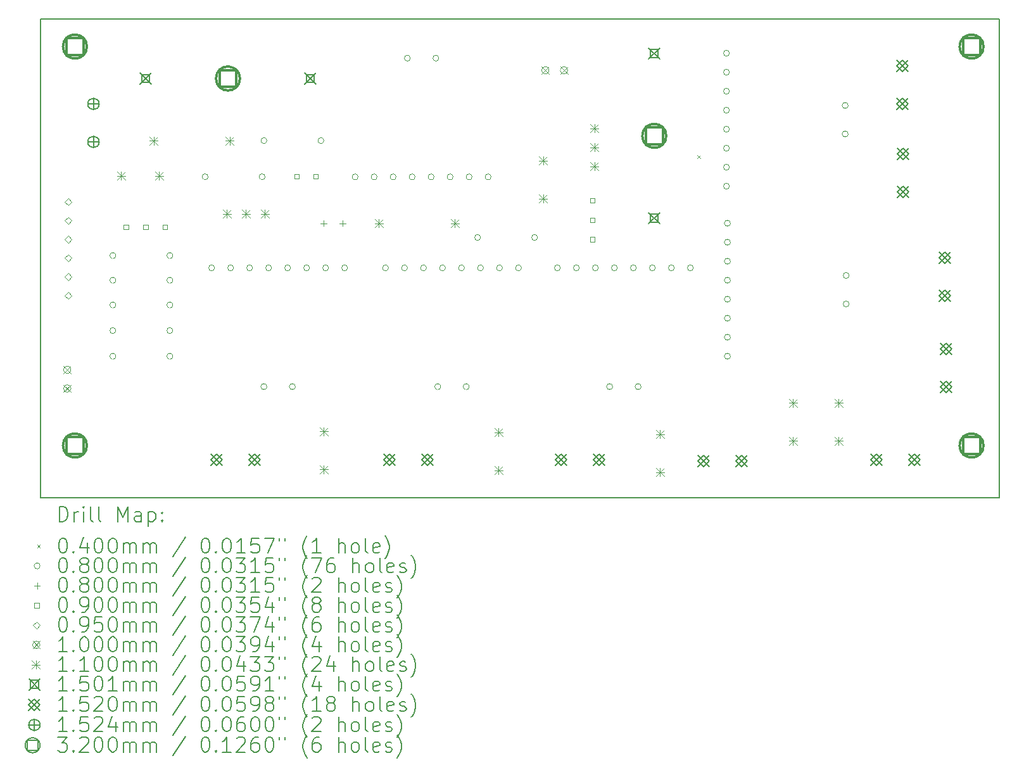
<source format=gbr>
%FSLAX45Y45*%
G04 Gerber Fmt 4.5, Leading zero omitted, Abs format (unit mm)*
G04 Created by KiCad (PCBNEW (5.99.0-10988-gd8b1e827c7)) date 2021-11-29 13:02:13*
%MOMM*%
%LPD*%
G01*
G04 APERTURE LIST*
%TA.AperFunction,Profile*%
%ADD10C,0.150000*%
%TD*%
%ADD11C,0.200000*%
%ADD12C,0.040000*%
%ADD13C,0.080000*%
%ADD14C,0.080010*%
%ADD15C,0.090000*%
%ADD16C,0.095000*%
%ADD17C,0.100000*%
%ADD18C,0.110000*%
%ADD19C,0.150114*%
%ADD20C,0.152000*%
%ADD21C,0.152400*%
%ADD22C,0.320000*%
G04 APERTURE END LIST*
D10*
X21285200Y-6121700D02*
X8470900Y-6121700D01*
X21285200Y-12521700D02*
X21285200Y-6121700D01*
X8470900Y-12521700D02*
X21285200Y-12521700D01*
X8470900Y-6121700D02*
X8470900Y-12521700D01*
D11*
D12*
X17247660Y-7941460D02*
X17287660Y-7981460D01*
X17287660Y-7941460D02*
X17247660Y-7981460D01*
D13*
X9476100Y-9283700D02*
G75*
G03*
X9476100Y-9283700I-40000J0D01*
G01*
X9476100Y-9613900D02*
G75*
G03*
X9476100Y-9613900I-40000J0D01*
G01*
X9476100Y-9944100D02*
G75*
G03*
X9476100Y-9944100I-40000J0D01*
G01*
X9476100Y-10287000D02*
G75*
G03*
X9476100Y-10287000I-40000J0D01*
G01*
X9476100Y-10629900D02*
G75*
G03*
X9476100Y-10629900I-40000J0D01*
G01*
X10238100Y-9283700D02*
G75*
G03*
X10238100Y-9283700I-40000J0D01*
G01*
X10238100Y-9613900D02*
G75*
G03*
X10238100Y-9613900I-40000J0D01*
G01*
X10238100Y-9944100D02*
G75*
G03*
X10238100Y-9944100I-40000J0D01*
G01*
X10238100Y-10287000D02*
G75*
G03*
X10238100Y-10287000I-40000J0D01*
G01*
X10238100Y-10629900D02*
G75*
G03*
X10238100Y-10629900I-40000J0D01*
G01*
X10709900Y-8230700D02*
G75*
G03*
X10709900Y-8230700I-40000J0D01*
G01*
X10796900Y-9448800D02*
G75*
G03*
X10796900Y-9448800I-40000J0D01*
G01*
X11050900Y-9448800D02*
G75*
G03*
X11050900Y-9448800I-40000J0D01*
G01*
X11304900Y-9448800D02*
G75*
G03*
X11304900Y-9448800I-40000J0D01*
G01*
X11471900Y-8230700D02*
G75*
G03*
X11471900Y-8230700I-40000J0D01*
G01*
X11495400Y-7747000D02*
G75*
G03*
X11495400Y-7747000I-40000J0D01*
G01*
X11495400Y-11036300D02*
G75*
G03*
X11495400Y-11036300I-40000J0D01*
G01*
X11558900Y-9448800D02*
G75*
G03*
X11558900Y-9448800I-40000J0D01*
G01*
X11812900Y-9448800D02*
G75*
G03*
X11812900Y-9448800I-40000J0D01*
G01*
X11876400Y-11036300D02*
G75*
G03*
X11876400Y-11036300I-40000J0D01*
G01*
X12066900Y-9448800D02*
G75*
G03*
X12066900Y-9448800I-40000J0D01*
G01*
X12257400Y-7747000D02*
G75*
G03*
X12257400Y-7747000I-40000J0D01*
G01*
X12320900Y-9448800D02*
G75*
G03*
X12320900Y-9448800I-40000J0D01*
G01*
X12574900Y-9448800D02*
G75*
G03*
X12574900Y-9448800I-40000J0D01*
G01*
X12714600Y-8232140D02*
G75*
G03*
X12714600Y-8232140I-40000J0D01*
G01*
X12968600Y-8232140D02*
G75*
G03*
X12968600Y-8232140I-40000J0D01*
G01*
X13121000Y-9448800D02*
G75*
G03*
X13121000Y-9448800I-40000J0D01*
G01*
X13222600Y-8232140D02*
G75*
G03*
X13222600Y-8232140I-40000J0D01*
G01*
X13375000Y-9448800D02*
G75*
G03*
X13375000Y-9448800I-40000J0D01*
G01*
X13413100Y-6644640D02*
G75*
G03*
X13413100Y-6644640I-40000J0D01*
G01*
X13476600Y-8232140D02*
G75*
G03*
X13476600Y-8232140I-40000J0D01*
G01*
X13629000Y-9448800D02*
G75*
G03*
X13629000Y-9448800I-40000J0D01*
G01*
X13730600Y-8232140D02*
G75*
G03*
X13730600Y-8232140I-40000J0D01*
G01*
X13794100Y-6644640D02*
G75*
G03*
X13794100Y-6644640I-40000J0D01*
G01*
X13819500Y-11036300D02*
G75*
G03*
X13819500Y-11036300I-40000J0D01*
G01*
X13883000Y-9448800D02*
G75*
G03*
X13883000Y-9448800I-40000J0D01*
G01*
X13984600Y-8232140D02*
G75*
G03*
X13984600Y-8232140I-40000J0D01*
G01*
X14137000Y-9448800D02*
G75*
G03*
X14137000Y-9448800I-40000J0D01*
G01*
X14200500Y-11036300D02*
G75*
G03*
X14200500Y-11036300I-40000J0D01*
G01*
X14238600Y-8232140D02*
G75*
G03*
X14238600Y-8232140I-40000J0D01*
G01*
X14352900Y-9042400D02*
G75*
G03*
X14352900Y-9042400I-40000J0D01*
G01*
X14391000Y-9448800D02*
G75*
G03*
X14391000Y-9448800I-40000J0D01*
G01*
X14492600Y-8232140D02*
G75*
G03*
X14492600Y-8232140I-40000J0D01*
G01*
X14645000Y-9448800D02*
G75*
G03*
X14645000Y-9448800I-40000J0D01*
G01*
X14899000Y-9448800D02*
G75*
G03*
X14899000Y-9448800I-40000J0D01*
G01*
X15114900Y-9042400D02*
G75*
G03*
X15114900Y-9042400I-40000J0D01*
G01*
X15419700Y-9448800D02*
G75*
G03*
X15419700Y-9448800I-40000J0D01*
G01*
X15673700Y-9448800D02*
G75*
G03*
X15673700Y-9448800I-40000J0D01*
G01*
X15927700Y-9448800D02*
G75*
G03*
X15927700Y-9448800I-40000J0D01*
G01*
X16118200Y-11036300D02*
G75*
G03*
X16118200Y-11036300I-40000J0D01*
G01*
X16181700Y-9448800D02*
G75*
G03*
X16181700Y-9448800I-40000J0D01*
G01*
X16435700Y-9448800D02*
G75*
G03*
X16435700Y-9448800I-40000J0D01*
G01*
X16499200Y-11036300D02*
G75*
G03*
X16499200Y-11036300I-40000J0D01*
G01*
X16689700Y-9448800D02*
G75*
G03*
X16689700Y-9448800I-40000J0D01*
G01*
X16943700Y-9448800D02*
G75*
G03*
X16943700Y-9448800I-40000J0D01*
G01*
X17197700Y-9448800D02*
G75*
G03*
X17197700Y-9448800I-40000J0D01*
G01*
X17680300Y-6578600D02*
G75*
G03*
X17680300Y-6578600I-40000J0D01*
G01*
X17680300Y-6832600D02*
G75*
G03*
X17680300Y-6832600I-40000J0D01*
G01*
X17680300Y-7086600D02*
G75*
G03*
X17680300Y-7086600I-40000J0D01*
G01*
X17680300Y-7340600D02*
G75*
G03*
X17680300Y-7340600I-40000J0D01*
G01*
X17680300Y-7594600D02*
G75*
G03*
X17680300Y-7594600I-40000J0D01*
G01*
X17680300Y-7848600D02*
G75*
G03*
X17680300Y-7848600I-40000J0D01*
G01*
X17680300Y-8102600D02*
G75*
G03*
X17680300Y-8102600I-40000J0D01*
G01*
X17680300Y-8356600D02*
G75*
G03*
X17680300Y-8356600I-40000J0D01*
G01*
X17693000Y-8851900D02*
G75*
G03*
X17693000Y-8851900I-40000J0D01*
G01*
X17693000Y-9105900D02*
G75*
G03*
X17693000Y-9105900I-40000J0D01*
G01*
X17693000Y-9359900D02*
G75*
G03*
X17693000Y-9359900I-40000J0D01*
G01*
X17693000Y-9613900D02*
G75*
G03*
X17693000Y-9613900I-40000J0D01*
G01*
X17693000Y-9867900D02*
G75*
G03*
X17693000Y-9867900I-40000J0D01*
G01*
X17693000Y-10121900D02*
G75*
G03*
X17693000Y-10121900I-40000J0D01*
G01*
X17693000Y-10375900D02*
G75*
G03*
X17693000Y-10375900I-40000J0D01*
G01*
X17693000Y-10629900D02*
G75*
G03*
X17693000Y-10629900I-40000J0D01*
G01*
X19267800Y-7277100D02*
G75*
G03*
X19267800Y-7277100I-40000J0D01*
G01*
X19267800Y-7658100D02*
G75*
G03*
X19267800Y-7658100I-40000J0D01*
G01*
X19280500Y-9550400D02*
G75*
G03*
X19280500Y-9550400I-40000J0D01*
G01*
X19280500Y-9931400D02*
G75*
G03*
X19280500Y-9931400I-40000J0D01*
G01*
D14*
X12255500Y-8811895D02*
X12255500Y-8891905D01*
X12215495Y-8851900D02*
X12295505Y-8851900D01*
X12509500Y-8811895D02*
X12509500Y-8891905D01*
X12469495Y-8851900D02*
X12549505Y-8851900D01*
D15*
X9645720Y-8934520D02*
X9645720Y-8870880D01*
X9582080Y-8870880D01*
X9582080Y-8934520D01*
X9645720Y-8934520D01*
X9905720Y-8934520D02*
X9905720Y-8870880D01*
X9842080Y-8870880D01*
X9842080Y-8934520D01*
X9905720Y-8934520D01*
X10165720Y-8934520D02*
X10165720Y-8870880D01*
X10102080Y-8870880D01*
X10102080Y-8934520D01*
X10165720Y-8934520D01*
X11927720Y-8258520D02*
X11927720Y-8194880D01*
X11864080Y-8194880D01*
X11864080Y-8258520D01*
X11927720Y-8258520D01*
X12181720Y-8258520D02*
X12181720Y-8194880D01*
X12118080Y-8194880D01*
X12118080Y-8258520D01*
X12181720Y-8258520D01*
X15881420Y-8579620D02*
X15881420Y-8515980D01*
X15817780Y-8515980D01*
X15817780Y-8579620D01*
X15881420Y-8579620D01*
X15881420Y-8839620D02*
X15881420Y-8775980D01*
X15817780Y-8775980D01*
X15817780Y-8839620D01*
X15881420Y-8839620D01*
X15881420Y-9099620D02*
X15881420Y-9035980D01*
X15817780Y-9035980D01*
X15817780Y-9099620D01*
X15881420Y-9099620D01*
D16*
X8839200Y-8614600D02*
X8886700Y-8567100D01*
X8839200Y-8519600D01*
X8791700Y-8567100D01*
X8839200Y-8614600D01*
X8839200Y-8864600D02*
X8886700Y-8817100D01*
X8839200Y-8769600D01*
X8791700Y-8817100D01*
X8839200Y-8864600D01*
X8839200Y-9114600D02*
X8886700Y-9067100D01*
X8839200Y-9019600D01*
X8791700Y-9067100D01*
X8839200Y-9114600D01*
X8839200Y-9364600D02*
X8886700Y-9317100D01*
X8839200Y-9269600D01*
X8791700Y-9317100D01*
X8839200Y-9364600D01*
X8839200Y-9614600D02*
X8886700Y-9567100D01*
X8839200Y-9519600D01*
X8791700Y-9567100D01*
X8839200Y-9614600D01*
X8839200Y-9864600D02*
X8886700Y-9817100D01*
X8839200Y-9769600D01*
X8791700Y-9817100D01*
X8839200Y-9864600D01*
D17*
X8776500Y-10761700D02*
X8876500Y-10861700D01*
X8876500Y-10761700D02*
X8776500Y-10861700D01*
X8876500Y-10811700D02*
G75*
G03*
X8876500Y-10811700I-50000J0D01*
G01*
X8776500Y-11011700D02*
X8876500Y-11111700D01*
X8876500Y-11011700D02*
X8776500Y-11111700D01*
X8876500Y-11061700D02*
G75*
G03*
X8876500Y-11061700I-50000J0D01*
G01*
X15168600Y-6757200D02*
X15268600Y-6857200D01*
X15268600Y-6757200D02*
X15168600Y-6857200D01*
X15268600Y-6807200D02*
G75*
G03*
X15268600Y-6807200I-50000J0D01*
G01*
X15418600Y-6757200D02*
X15518600Y-6857200D01*
X15518600Y-6757200D02*
X15418600Y-6857200D01*
X15518600Y-6807200D02*
G75*
G03*
X15518600Y-6807200I-50000J0D01*
G01*
D18*
X9490900Y-8163700D02*
X9600900Y-8273700D01*
X9600900Y-8163700D02*
X9490900Y-8273700D01*
X9545900Y-8163700D02*
X9545900Y-8273700D01*
X9490900Y-8218700D02*
X9600900Y-8218700D01*
X9927200Y-7692000D02*
X10037200Y-7802000D01*
X10037200Y-7692000D02*
X9927200Y-7802000D01*
X9982200Y-7692000D02*
X9982200Y-7802000D01*
X9927200Y-7747000D02*
X10037200Y-7747000D01*
X9998900Y-8163700D02*
X10108900Y-8273700D01*
X10108900Y-8163700D02*
X9998900Y-8273700D01*
X10053900Y-8163700D02*
X10053900Y-8273700D01*
X9998900Y-8218700D02*
X10108900Y-8218700D01*
X10905100Y-8669900D02*
X11015100Y-8779900D01*
X11015100Y-8669900D02*
X10905100Y-8779900D01*
X10960100Y-8669900D02*
X10960100Y-8779900D01*
X10905100Y-8724900D02*
X11015100Y-8724900D01*
X10943200Y-7692000D02*
X11053200Y-7802000D01*
X11053200Y-7692000D02*
X10943200Y-7802000D01*
X10998200Y-7692000D02*
X10998200Y-7802000D01*
X10943200Y-7747000D02*
X11053200Y-7747000D01*
X11159100Y-8669900D02*
X11269100Y-8779900D01*
X11269100Y-8669900D02*
X11159100Y-8779900D01*
X11214100Y-8669900D02*
X11214100Y-8779900D01*
X11159100Y-8724900D02*
X11269100Y-8724900D01*
X11413100Y-8669900D02*
X11523100Y-8779900D01*
X11523100Y-8669900D02*
X11413100Y-8779900D01*
X11468100Y-8669900D02*
X11468100Y-8779900D01*
X11413100Y-8724900D02*
X11523100Y-8724900D01*
X12200500Y-11578200D02*
X12310500Y-11688200D01*
X12310500Y-11578200D02*
X12200500Y-11688200D01*
X12255500Y-11578200D02*
X12255500Y-11688200D01*
X12200500Y-11633200D02*
X12310500Y-11633200D01*
X12200500Y-12086200D02*
X12310500Y-12196200D01*
X12310500Y-12086200D02*
X12200500Y-12196200D01*
X12255500Y-12086200D02*
X12255500Y-12196200D01*
X12200500Y-12141200D02*
X12310500Y-12141200D01*
X12937100Y-8796900D02*
X13047100Y-8906900D01*
X13047100Y-8796900D02*
X12937100Y-8906900D01*
X12992100Y-8796900D02*
X12992100Y-8906900D01*
X12937100Y-8851900D02*
X13047100Y-8851900D01*
X13953100Y-8796900D02*
X14063100Y-8906900D01*
X14063100Y-8796900D02*
X13953100Y-8906900D01*
X14008100Y-8796900D02*
X14008100Y-8906900D01*
X13953100Y-8851900D02*
X14063100Y-8851900D01*
X14537300Y-11590900D02*
X14647300Y-11700900D01*
X14647300Y-11590900D02*
X14537300Y-11700900D01*
X14592300Y-11590900D02*
X14592300Y-11700900D01*
X14537300Y-11645900D02*
X14647300Y-11645900D01*
X14537300Y-12098900D02*
X14647300Y-12208900D01*
X14647300Y-12098900D02*
X14537300Y-12208900D01*
X14592300Y-12098900D02*
X14592300Y-12208900D01*
X14537300Y-12153900D02*
X14647300Y-12153900D01*
X15134200Y-7958700D02*
X15244200Y-8068700D01*
X15244200Y-7958700D02*
X15134200Y-8068700D01*
X15189200Y-7958700D02*
X15189200Y-8068700D01*
X15134200Y-8013700D02*
X15244200Y-8013700D01*
X15134200Y-8466700D02*
X15244200Y-8576700D01*
X15244200Y-8466700D02*
X15134200Y-8576700D01*
X15189200Y-8466700D02*
X15189200Y-8576700D01*
X15134200Y-8521700D02*
X15244200Y-8521700D01*
X15820000Y-7526900D02*
X15930000Y-7636900D01*
X15930000Y-7526900D02*
X15820000Y-7636900D01*
X15875000Y-7526900D02*
X15875000Y-7636900D01*
X15820000Y-7581900D02*
X15930000Y-7581900D01*
X15820000Y-7780900D02*
X15930000Y-7890900D01*
X15930000Y-7780900D02*
X15820000Y-7890900D01*
X15875000Y-7780900D02*
X15875000Y-7890900D01*
X15820000Y-7835900D02*
X15930000Y-7835900D01*
X15820000Y-8034900D02*
X15930000Y-8144900D01*
X15930000Y-8034900D02*
X15820000Y-8144900D01*
X15875000Y-8034900D02*
X15875000Y-8144900D01*
X15820000Y-8089900D02*
X15930000Y-8089900D01*
X16696300Y-11616300D02*
X16806300Y-11726300D01*
X16806300Y-11616300D02*
X16696300Y-11726300D01*
X16751300Y-11616300D02*
X16751300Y-11726300D01*
X16696300Y-11671300D02*
X16806300Y-11671300D01*
X16696300Y-12124300D02*
X16806300Y-12234300D01*
X16806300Y-12124300D02*
X16696300Y-12234300D01*
X16751300Y-12124300D02*
X16751300Y-12234300D01*
X16696300Y-12179300D02*
X16806300Y-12179300D01*
X18474300Y-11197200D02*
X18584300Y-11307200D01*
X18584300Y-11197200D02*
X18474300Y-11307200D01*
X18529300Y-11197200D02*
X18529300Y-11307200D01*
X18474300Y-11252200D02*
X18584300Y-11252200D01*
X18474300Y-11705200D02*
X18584300Y-11815200D01*
X18584300Y-11705200D02*
X18474300Y-11815200D01*
X18529300Y-11705200D02*
X18529300Y-11815200D01*
X18474300Y-11760200D02*
X18584300Y-11760200D01*
X19083900Y-11197200D02*
X19193900Y-11307200D01*
X19193900Y-11197200D02*
X19083900Y-11307200D01*
X19138900Y-11197200D02*
X19138900Y-11307200D01*
X19083900Y-11252200D02*
X19193900Y-11252200D01*
X19083900Y-11705200D02*
X19193900Y-11815200D01*
X19193900Y-11705200D02*
X19083900Y-11815200D01*
X19138900Y-11705200D02*
X19138900Y-11815200D01*
X19083900Y-11760200D02*
X19193900Y-11760200D01*
D19*
X9799769Y-6841643D02*
X9949883Y-6991757D01*
X9949883Y-6841643D02*
X9799769Y-6991757D01*
X9927900Y-6969774D02*
X9927900Y-6863626D01*
X9821752Y-6863626D01*
X9821752Y-6969774D01*
X9927900Y-6969774D01*
X11999917Y-6841643D02*
X12150031Y-6991757D01*
X12150031Y-6841643D02*
X11999917Y-6991757D01*
X12128048Y-6969774D02*
X12128048Y-6863626D01*
X12021900Y-6863626D01*
X12021900Y-6969774D01*
X12128048Y-6969774D01*
X16600043Y-6508369D02*
X16750157Y-6658483D01*
X16750157Y-6508369D02*
X16600043Y-6658483D01*
X16728174Y-6636500D02*
X16728174Y-6530352D01*
X16622026Y-6530352D01*
X16622026Y-6636500D01*
X16728174Y-6636500D01*
X16600043Y-8708517D02*
X16750157Y-8858631D01*
X16750157Y-8708517D02*
X16600043Y-8858631D01*
X16728174Y-8836648D02*
X16728174Y-8730500D01*
X16622026Y-8730500D01*
X16622026Y-8836648D01*
X16728174Y-8836648D01*
D20*
X10744400Y-11938200D02*
X10896400Y-12090200D01*
X10896400Y-11938200D02*
X10744400Y-12090200D01*
X10820400Y-12090200D02*
X10896400Y-12014200D01*
X10820400Y-11938200D01*
X10744400Y-12014200D01*
X10820400Y-12090200D01*
X11252400Y-11938200D02*
X11404400Y-12090200D01*
X11404400Y-11938200D02*
X11252400Y-12090200D01*
X11328400Y-12090200D02*
X11404400Y-12014200D01*
X11328400Y-11938200D01*
X11252400Y-12014200D01*
X11328400Y-12090200D01*
X13055800Y-11938200D02*
X13207800Y-12090200D01*
X13207800Y-11938200D02*
X13055800Y-12090200D01*
X13131800Y-12090200D02*
X13207800Y-12014200D01*
X13131800Y-11938200D01*
X13055800Y-12014200D01*
X13131800Y-12090200D01*
X13563800Y-11938200D02*
X13715800Y-12090200D01*
X13715800Y-11938200D02*
X13563800Y-12090200D01*
X13639800Y-12090200D02*
X13715800Y-12014200D01*
X13639800Y-11938200D01*
X13563800Y-12014200D01*
X13639800Y-12090200D01*
X15354500Y-11938200D02*
X15506500Y-12090200D01*
X15506500Y-11938200D02*
X15354500Y-12090200D01*
X15430500Y-12090200D02*
X15506500Y-12014200D01*
X15430500Y-11938200D01*
X15354500Y-12014200D01*
X15430500Y-12090200D01*
X15862500Y-11938200D02*
X16014500Y-12090200D01*
X16014500Y-11938200D02*
X15862500Y-12090200D01*
X15938500Y-12090200D02*
X16014500Y-12014200D01*
X15938500Y-11938200D01*
X15862500Y-12014200D01*
X15938500Y-12090200D01*
X17259500Y-11950900D02*
X17411500Y-12102900D01*
X17411500Y-11950900D02*
X17259500Y-12102900D01*
X17335500Y-12102900D02*
X17411500Y-12026900D01*
X17335500Y-11950900D01*
X17259500Y-12026900D01*
X17335500Y-12102900D01*
X17767500Y-11950900D02*
X17919500Y-12102900D01*
X17919500Y-11950900D02*
X17767500Y-12102900D01*
X17843500Y-12102900D02*
X17919500Y-12026900D01*
X17843500Y-11950900D01*
X17767500Y-12026900D01*
X17843500Y-12102900D01*
X19570900Y-11938200D02*
X19722900Y-12090200D01*
X19722900Y-11938200D02*
X19570900Y-12090200D01*
X19646900Y-12090200D02*
X19722900Y-12014200D01*
X19646900Y-11938200D01*
X19570900Y-12014200D01*
X19646900Y-12090200D01*
X19916300Y-6667700D02*
X20068300Y-6819700D01*
X20068300Y-6667700D02*
X19916300Y-6819700D01*
X19992300Y-6819700D02*
X20068300Y-6743700D01*
X19992300Y-6667700D01*
X19916300Y-6743700D01*
X19992300Y-6819700D01*
X19916300Y-7175700D02*
X20068300Y-7327700D01*
X20068300Y-7175700D02*
X19916300Y-7327700D01*
X19992300Y-7327700D02*
X20068300Y-7251700D01*
X19992300Y-7175700D01*
X19916300Y-7251700D01*
X19992300Y-7327700D01*
X19926500Y-7848800D02*
X20078500Y-8000800D01*
X20078500Y-7848800D02*
X19926500Y-8000800D01*
X20002500Y-8000800D02*
X20078500Y-7924800D01*
X20002500Y-7848800D01*
X19926500Y-7924800D01*
X20002500Y-8000800D01*
X19926500Y-8356800D02*
X20078500Y-8508800D01*
X20078500Y-8356800D02*
X19926500Y-8508800D01*
X20002500Y-8508800D02*
X20078500Y-8432800D01*
X20002500Y-8356800D01*
X19926500Y-8432800D01*
X20002500Y-8508800D01*
X20078900Y-11938200D02*
X20230900Y-12090200D01*
X20230900Y-11938200D02*
X20078900Y-12090200D01*
X20154900Y-12090200D02*
X20230900Y-12014200D01*
X20154900Y-11938200D01*
X20078900Y-12014200D01*
X20154900Y-12090200D01*
X20485300Y-9233100D02*
X20637300Y-9385100D01*
X20637300Y-9233100D02*
X20485300Y-9385100D01*
X20561300Y-9385100D02*
X20637300Y-9309100D01*
X20561300Y-9233100D01*
X20485300Y-9309100D01*
X20561300Y-9385100D01*
X20485300Y-9741100D02*
X20637300Y-9893100D01*
X20637300Y-9741100D02*
X20485300Y-9893100D01*
X20561300Y-9893100D02*
X20637300Y-9817100D01*
X20561300Y-9741100D01*
X20485300Y-9817100D01*
X20561300Y-9893100D01*
X20498000Y-10452300D02*
X20650000Y-10604300D01*
X20650000Y-10452300D02*
X20498000Y-10604300D01*
X20574000Y-10604300D02*
X20650000Y-10528300D01*
X20574000Y-10452300D01*
X20498000Y-10528300D01*
X20574000Y-10604300D01*
X20498000Y-10960300D02*
X20650000Y-11112300D01*
X20650000Y-10960300D02*
X20498000Y-11112300D01*
X20574000Y-11112300D02*
X20650000Y-11036300D01*
X20574000Y-10960300D01*
X20498000Y-11036300D01*
X20574000Y-11112300D01*
D21*
X9176900Y-7180500D02*
X9176900Y-7332900D01*
X9100700Y-7256700D02*
X9253100Y-7256700D01*
X9253100Y-7256700D02*
G75*
G03*
X9253100Y-7256700I-76200J0D01*
G01*
X9176900Y-7688500D02*
X9176900Y-7840900D01*
X9100700Y-7764700D02*
X9253100Y-7764700D01*
X9253100Y-7764700D02*
G75*
G03*
X9253100Y-7764700I-76200J0D01*
G01*
D22*
X9042038Y-6602838D02*
X9042038Y-6376562D01*
X8815762Y-6376562D01*
X8815762Y-6602838D01*
X9042038Y-6602838D01*
X9088900Y-6489700D02*
G75*
G03*
X9088900Y-6489700I-160000J0D01*
G01*
X9042038Y-11936838D02*
X9042038Y-11710562D01*
X8815762Y-11710562D01*
X8815762Y-11936838D01*
X9042038Y-11936838D01*
X9088900Y-11823700D02*
G75*
G03*
X9088900Y-11823700I-160000J0D01*
G01*
X11088038Y-7029838D02*
X11088038Y-6803562D01*
X10861762Y-6803562D01*
X10861762Y-7029838D01*
X11088038Y-7029838D01*
X11134900Y-6916700D02*
G75*
G03*
X11134900Y-6916700I-160000J0D01*
G01*
X16788238Y-7796638D02*
X16788238Y-7570362D01*
X16561962Y-7570362D01*
X16561962Y-7796638D01*
X16788238Y-7796638D01*
X16835100Y-7683500D02*
G75*
G03*
X16835100Y-7683500I-160000J0D01*
G01*
X21030038Y-6602838D02*
X21030038Y-6376562D01*
X20803762Y-6376562D01*
X20803762Y-6602838D01*
X21030038Y-6602838D01*
X21076900Y-6489700D02*
G75*
G03*
X21076900Y-6489700I-160000J0D01*
G01*
X21030038Y-11936838D02*
X21030038Y-11710562D01*
X20803762Y-11710562D01*
X20803762Y-11936838D01*
X21030038Y-11936838D01*
X21076900Y-11823700D02*
G75*
G03*
X21076900Y-11823700I-160000J0D01*
G01*
D11*
X8721019Y-12839676D02*
X8721019Y-12639676D01*
X8768638Y-12639676D01*
X8797210Y-12649200D01*
X8816257Y-12668248D01*
X8825781Y-12687295D01*
X8835305Y-12725390D01*
X8835305Y-12753962D01*
X8825781Y-12792057D01*
X8816257Y-12811105D01*
X8797210Y-12830152D01*
X8768638Y-12839676D01*
X8721019Y-12839676D01*
X8921019Y-12839676D02*
X8921019Y-12706343D01*
X8921019Y-12744438D02*
X8930543Y-12725390D01*
X8940067Y-12715867D01*
X8959114Y-12706343D01*
X8978162Y-12706343D01*
X9044829Y-12839676D02*
X9044829Y-12706343D01*
X9044829Y-12639676D02*
X9035305Y-12649200D01*
X9044829Y-12658724D01*
X9054352Y-12649200D01*
X9044829Y-12639676D01*
X9044829Y-12658724D01*
X9168638Y-12839676D02*
X9149590Y-12830152D01*
X9140067Y-12811105D01*
X9140067Y-12639676D01*
X9273400Y-12839676D02*
X9254352Y-12830152D01*
X9244829Y-12811105D01*
X9244829Y-12639676D01*
X9501971Y-12839676D02*
X9501971Y-12639676D01*
X9568638Y-12782533D01*
X9635305Y-12639676D01*
X9635305Y-12839676D01*
X9816257Y-12839676D02*
X9816257Y-12734914D01*
X9806733Y-12715867D01*
X9787686Y-12706343D01*
X9749590Y-12706343D01*
X9730543Y-12715867D01*
X9816257Y-12830152D02*
X9797210Y-12839676D01*
X9749590Y-12839676D01*
X9730543Y-12830152D01*
X9721019Y-12811105D01*
X9721019Y-12792057D01*
X9730543Y-12773009D01*
X9749590Y-12763486D01*
X9797210Y-12763486D01*
X9816257Y-12753962D01*
X9911495Y-12706343D02*
X9911495Y-12906343D01*
X9911495Y-12715867D02*
X9930543Y-12706343D01*
X9968638Y-12706343D01*
X9987686Y-12715867D01*
X9997210Y-12725390D01*
X10006733Y-12744438D01*
X10006733Y-12801581D01*
X9997210Y-12820628D01*
X9987686Y-12830152D01*
X9968638Y-12839676D01*
X9930543Y-12839676D01*
X9911495Y-12830152D01*
X10092448Y-12820628D02*
X10101971Y-12830152D01*
X10092448Y-12839676D01*
X10082924Y-12830152D01*
X10092448Y-12820628D01*
X10092448Y-12839676D01*
X10092448Y-12715867D02*
X10101971Y-12725390D01*
X10092448Y-12734914D01*
X10082924Y-12725390D01*
X10092448Y-12715867D01*
X10092448Y-12734914D01*
D12*
X8423400Y-13149200D02*
X8463400Y-13189200D01*
X8463400Y-13149200D02*
X8423400Y-13189200D01*
D11*
X8759114Y-13059676D02*
X8778162Y-13059676D01*
X8797210Y-13069200D01*
X8806733Y-13078724D01*
X8816257Y-13097771D01*
X8825781Y-13135867D01*
X8825781Y-13183486D01*
X8816257Y-13221581D01*
X8806733Y-13240628D01*
X8797210Y-13250152D01*
X8778162Y-13259676D01*
X8759114Y-13259676D01*
X8740067Y-13250152D01*
X8730543Y-13240628D01*
X8721019Y-13221581D01*
X8711495Y-13183486D01*
X8711495Y-13135867D01*
X8721019Y-13097771D01*
X8730543Y-13078724D01*
X8740067Y-13069200D01*
X8759114Y-13059676D01*
X8911495Y-13240628D02*
X8921019Y-13250152D01*
X8911495Y-13259676D01*
X8901971Y-13250152D01*
X8911495Y-13240628D01*
X8911495Y-13259676D01*
X9092448Y-13126343D02*
X9092448Y-13259676D01*
X9044829Y-13050152D02*
X8997210Y-13193009D01*
X9121019Y-13193009D01*
X9235305Y-13059676D02*
X9254352Y-13059676D01*
X9273400Y-13069200D01*
X9282924Y-13078724D01*
X9292448Y-13097771D01*
X9301971Y-13135867D01*
X9301971Y-13183486D01*
X9292448Y-13221581D01*
X9282924Y-13240628D01*
X9273400Y-13250152D01*
X9254352Y-13259676D01*
X9235305Y-13259676D01*
X9216257Y-13250152D01*
X9206733Y-13240628D01*
X9197210Y-13221581D01*
X9187686Y-13183486D01*
X9187686Y-13135867D01*
X9197210Y-13097771D01*
X9206733Y-13078724D01*
X9216257Y-13069200D01*
X9235305Y-13059676D01*
X9425781Y-13059676D02*
X9444829Y-13059676D01*
X9463876Y-13069200D01*
X9473400Y-13078724D01*
X9482924Y-13097771D01*
X9492448Y-13135867D01*
X9492448Y-13183486D01*
X9482924Y-13221581D01*
X9473400Y-13240628D01*
X9463876Y-13250152D01*
X9444829Y-13259676D01*
X9425781Y-13259676D01*
X9406733Y-13250152D01*
X9397210Y-13240628D01*
X9387686Y-13221581D01*
X9378162Y-13183486D01*
X9378162Y-13135867D01*
X9387686Y-13097771D01*
X9397210Y-13078724D01*
X9406733Y-13069200D01*
X9425781Y-13059676D01*
X9578162Y-13259676D02*
X9578162Y-13126343D01*
X9578162Y-13145390D02*
X9587686Y-13135867D01*
X9606733Y-13126343D01*
X9635305Y-13126343D01*
X9654352Y-13135867D01*
X9663876Y-13154914D01*
X9663876Y-13259676D01*
X9663876Y-13154914D02*
X9673400Y-13135867D01*
X9692448Y-13126343D01*
X9721019Y-13126343D01*
X9740067Y-13135867D01*
X9749590Y-13154914D01*
X9749590Y-13259676D01*
X9844829Y-13259676D02*
X9844829Y-13126343D01*
X9844829Y-13145390D02*
X9854352Y-13135867D01*
X9873400Y-13126343D01*
X9901971Y-13126343D01*
X9921019Y-13135867D01*
X9930543Y-13154914D01*
X9930543Y-13259676D01*
X9930543Y-13154914D02*
X9940067Y-13135867D01*
X9959114Y-13126343D01*
X9987686Y-13126343D01*
X10006733Y-13135867D01*
X10016257Y-13154914D01*
X10016257Y-13259676D01*
X10406733Y-13050152D02*
X10235305Y-13307295D01*
X10663876Y-13059676D02*
X10682924Y-13059676D01*
X10701971Y-13069200D01*
X10711495Y-13078724D01*
X10721019Y-13097771D01*
X10730543Y-13135867D01*
X10730543Y-13183486D01*
X10721019Y-13221581D01*
X10711495Y-13240628D01*
X10701971Y-13250152D01*
X10682924Y-13259676D01*
X10663876Y-13259676D01*
X10644829Y-13250152D01*
X10635305Y-13240628D01*
X10625781Y-13221581D01*
X10616257Y-13183486D01*
X10616257Y-13135867D01*
X10625781Y-13097771D01*
X10635305Y-13078724D01*
X10644829Y-13069200D01*
X10663876Y-13059676D01*
X10816257Y-13240628D02*
X10825781Y-13250152D01*
X10816257Y-13259676D01*
X10806733Y-13250152D01*
X10816257Y-13240628D01*
X10816257Y-13259676D01*
X10949590Y-13059676D02*
X10968638Y-13059676D01*
X10987686Y-13069200D01*
X10997210Y-13078724D01*
X11006733Y-13097771D01*
X11016257Y-13135867D01*
X11016257Y-13183486D01*
X11006733Y-13221581D01*
X10997210Y-13240628D01*
X10987686Y-13250152D01*
X10968638Y-13259676D01*
X10949590Y-13259676D01*
X10930543Y-13250152D01*
X10921019Y-13240628D01*
X10911495Y-13221581D01*
X10901971Y-13183486D01*
X10901971Y-13135867D01*
X10911495Y-13097771D01*
X10921019Y-13078724D01*
X10930543Y-13069200D01*
X10949590Y-13059676D01*
X11206733Y-13259676D02*
X11092448Y-13259676D01*
X11149590Y-13259676D02*
X11149590Y-13059676D01*
X11130543Y-13088248D01*
X11111495Y-13107295D01*
X11092448Y-13116819D01*
X11387686Y-13059676D02*
X11292448Y-13059676D01*
X11282924Y-13154914D01*
X11292448Y-13145390D01*
X11311495Y-13135867D01*
X11359114Y-13135867D01*
X11378162Y-13145390D01*
X11387686Y-13154914D01*
X11397209Y-13173962D01*
X11397209Y-13221581D01*
X11387686Y-13240628D01*
X11378162Y-13250152D01*
X11359114Y-13259676D01*
X11311495Y-13259676D01*
X11292448Y-13250152D01*
X11282924Y-13240628D01*
X11463876Y-13059676D02*
X11597209Y-13059676D01*
X11511495Y-13259676D01*
X11663876Y-13059676D02*
X11663876Y-13097771D01*
X11740067Y-13059676D02*
X11740067Y-13097771D01*
X12035305Y-13335867D02*
X12025781Y-13326343D01*
X12006733Y-13297771D01*
X11997209Y-13278724D01*
X11987686Y-13250152D01*
X11978162Y-13202533D01*
X11978162Y-13164438D01*
X11987686Y-13116819D01*
X11997209Y-13088248D01*
X12006733Y-13069200D01*
X12025781Y-13040628D01*
X12035305Y-13031105D01*
X12216257Y-13259676D02*
X12101971Y-13259676D01*
X12159114Y-13259676D02*
X12159114Y-13059676D01*
X12140067Y-13088248D01*
X12121019Y-13107295D01*
X12101971Y-13116819D01*
X12454352Y-13259676D02*
X12454352Y-13059676D01*
X12540067Y-13259676D02*
X12540067Y-13154914D01*
X12530543Y-13135867D01*
X12511495Y-13126343D01*
X12482924Y-13126343D01*
X12463876Y-13135867D01*
X12454352Y-13145390D01*
X12663876Y-13259676D02*
X12644828Y-13250152D01*
X12635305Y-13240628D01*
X12625781Y-13221581D01*
X12625781Y-13164438D01*
X12635305Y-13145390D01*
X12644828Y-13135867D01*
X12663876Y-13126343D01*
X12692448Y-13126343D01*
X12711495Y-13135867D01*
X12721019Y-13145390D01*
X12730543Y-13164438D01*
X12730543Y-13221581D01*
X12721019Y-13240628D01*
X12711495Y-13250152D01*
X12692448Y-13259676D01*
X12663876Y-13259676D01*
X12844828Y-13259676D02*
X12825781Y-13250152D01*
X12816257Y-13231105D01*
X12816257Y-13059676D01*
X12997209Y-13250152D02*
X12978162Y-13259676D01*
X12940067Y-13259676D01*
X12921019Y-13250152D01*
X12911495Y-13231105D01*
X12911495Y-13154914D01*
X12921019Y-13135867D01*
X12940067Y-13126343D01*
X12978162Y-13126343D01*
X12997209Y-13135867D01*
X13006733Y-13154914D01*
X13006733Y-13173962D01*
X12911495Y-13193009D01*
X13073400Y-13335867D02*
X13082924Y-13326343D01*
X13101971Y-13297771D01*
X13111495Y-13278724D01*
X13121019Y-13250152D01*
X13130543Y-13202533D01*
X13130543Y-13164438D01*
X13121019Y-13116819D01*
X13111495Y-13088248D01*
X13101971Y-13069200D01*
X13082924Y-13040628D01*
X13073400Y-13031105D01*
D13*
X8463400Y-13433200D02*
G75*
G03*
X8463400Y-13433200I-40000J0D01*
G01*
D11*
X8759114Y-13323676D02*
X8778162Y-13323676D01*
X8797210Y-13333200D01*
X8806733Y-13342724D01*
X8816257Y-13361771D01*
X8825781Y-13399867D01*
X8825781Y-13447486D01*
X8816257Y-13485581D01*
X8806733Y-13504628D01*
X8797210Y-13514152D01*
X8778162Y-13523676D01*
X8759114Y-13523676D01*
X8740067Y-13514152D01*
X8730543Y-13504628D01*
X8721019Y-13485581D01*
X8711495Y-13447486D01*
X8711495Y-13399867D01*
X8721019Y-13361771D01*
X8730543Y-13342724D01*
X8740067Y-13333200D01*
X8759114Y-13323676D01*
X8911495Y-13504628D02*
X8921019Y-13514152D01*
X8911495Y-13523676D01*
X8901971Y-13514152D01*
X8911495Y-13504628D01*
X8911495Y-13523676D01*
X9035305Y-13409390D02*
X9016257Y-13399867D01*
X9006733Y-13390343D01*
X8997210Y-13371295D01*
X8997210Y-13361771D01*
X9006733Y-13342724D01*
X9016257Y-13333200D01*
X9035305Y-13323676D01*
X9073400Y-13323676D01*
X9092448Y-13333200D01*
X9101971Y-13342724D01*
X9111495Y-13361771D01*
X9111495Y-13371295D01*
X9101971Y-13390343D01*
X9092448Y-13399867D01*
X9073400Y-13409390D01*
X9035305Y-13409390D01*
X9016257Y-13418914D01*
X9006733Y-13428438D01*
X8997210Y-13447486D01*
X8997210Y-13485581D01*
X9006733Y-13504628D01*
X9016257Y-13514152D01*
X9035305Y-13523676D01*
X9073400Y-13523676D01*
X9092448Y-13514152D01*
X9101971Y-13504628D01*
X9111495Y-13485581D01*
X9111495Y-13447486D01*
X9101971Y-13428438D01*
X9092448Y-13418914D01*
X9073400Y-13409390D01*
X9235305Y-13323676D02*
X9254352Y-13323676D01*
X9273400Y-13333200D01*
X9282924Y-13342724D01*
X9292448Y-13361771D01*
X9301971Y-13399867D01*
X9301971Y-13447486D01*
X9292448Y-13485581D01*
X9282924Y-13504628D01*
X9273400Y-13514152D01*
X9254352Y-13523676D01*
X9235305Y-13523676D01*
X9216257Y-13514152D01*
X9206733Y-13504628D01*
X9197210Y-13485581D01*
X9187686Y-13447486D01*
X9187686Y-13399867D01*
X9197210Y-13361771D01*
X9206733Y-13342724D01*
X9216257Y-13333200D01*
X9235305Y-13323676D01*
X9425781Y-13323676D02*
X9444829Y-13323676D01*
X9463876Y-13333200D01*
X9473400Y-13342724D01*
X9482924Y-13361771D01*
X9492448Y-13399867D01*
X9492448Y-13447486D01*
X9482924Y-13485581D01*
X9473400Y-13504628D01*
X9463876Y-13514152D01*
X9444829Y-13523676D01*
X9425781Y-13523676D01*
X9406733Y-13514152D01*
X9397210Y-13504628D01*
X9387686Y-13485581D01*
X9378162Y-13447486D01*
X9378162Y-13399867D01*
X9387686Y-13361771D01*
X9397210Y-13342724D01*
X9406733Y-13333200D01*
X9425781Y-13323676D01*
X9578162Y-13523676D02*
X9578162Y-13390343D01*
X9578162Y-13409390D02*
X9587686Y-13399867D01*
X9606733Y-13390343D01*
X9635305Y-13390343D01*
X9654352Y-13399867D01*
X9663876Y-13418914D01*
X9663876Y-13523676D01*
X9663876Y-13418914D02*
X9673400Y-13399867D01*
X9692448Y-13390343D01*
X9721019Y-13390343D01*
X9740067Y-13399867D01*
X9749590Y-13418914D01*
X9749590Y-13523676D01*
X9844829Y-13523676D02*
X9844829Y-13390343D01*
X9844829Y-13409390D02*
X9854352Y-13399867D01*
X9873400Y-13390343D01*
X9901971Y-13390343D01*
X9921019Y-13399867D01*
X9930543Y-13418914D01*
X9930543Y-13523676D01*
X9930543Y-13418914D02*
X9940067Y-13399867D01*
X9959114Y-13390343D01*
X9987686Y-13390343D01*
X10006733Y-13399867D01*
X10016257Y-13418914D01*
X10016257Y-13523676D01*
X10406733Y-13314152D02*
X10235305Y-13571295D01*
X10663876Y-13323676D02*
X10682924Y-13323676D01*
X10701971Y-13333200D01*
X10711495Y-13342724D01*
X10721019Y-13361771D01*
X10730543Y-13399867D01*
X10730543Y-13447486D01*
X10721019Y-13485581D01*
X10711495Y-13504628D01*
X10701971Y-13514152D01*
X10682924Y-13523676D01*
X10663876Y-13523676D01*
X10644829Y-13514152D01*
X10635305Y-13504628D01*
X10625781Y-13485581D01*
X10616257Y-13447486D01*
X10616257Y-13399867D01*
X10625781Y-13361771D01*
X10635305Y-13342724D01*
X10644829Y-13333200D01*
X10663876Y-13323676D01*
X10816257Y-13504628D02*
X10825781Y-13514152D01*
X10816257Y-13523676D01*
X10806733Y-13514152D01*
X10816257Y-13504628D01*
X10816257Y-13523676D01*
X10949590Y-13323676D02*
X10968638Y-13323676D01*
X10987686Y-13333200D01*
X10997210Y-13342724D01*
X11006733Y-13361771D01*
X11016257Y-13399867D01*
X11016257Y-13447486D01*
X11006733Y-13485581D01*
X10997210Y-13504628D01*
X10987686Y-13514152D01*
X10968638Y-13523676D01*
X10949590Y-13523676D01*
X10930543Y-13514152D01*
X10921019Y-13504628D01*
X10911495Y-13485581D01*
X10901971Y-13447486D01*
X10901971Y-13399867D01*
X10911495Y-13361771D01*
X10921019Y-13342724D01*
X10930543Y-13333200D01*
X10949590Y-13323676D01*
X11082924Y-13323676D02*
X11206733Y-13323676D01*
X11140067Y-13399867D01*
X11168638Y-13399867D01*
X11187686Y-13409390D01*
X11197209Y-13418914D01*
X11206733Y-13437962D01*
X11206733Y-13485581D01*
X11197209Y-13504628D01*
X11187686Y-13514152D01*
X11168638Y-13523676D01*
X11111495Y-13523676D01*
X11092448Y-13514152D01*
X11082924Y-13504628D01*
X11397209Y-13523676D02*
X11282924Y-13523676D01*
X11340067Y-13523676D02*
X11340067Y-13323676D01*
X11321019Y-13352248D01*
X11301971Y-13371295D01*
X11282924Y-13380819D01*
X11578162Y-13323676D02*
X11482924Y-13323676D01*
X11473400Y-13418914D01*
X11482924Y-13409390D01*
X11501971Y-13399867D01*
X11549590Y-13399867D01*
X11568638Y-13409390D01*
X11578162Y-13418914D01*
X11587686Y-13437962D01*
X11587686Y-13485581D01*
X11578162Y-13504628D01*
X11568638Y-13514152D01*
X11549590Y-13523676D01*
X11501971Y-13523676D01*
X11482924Y-13514152D01*
X11473400Y-13504628D01*
X11663876Y-13323676D02*
X11663876Y-13361771D01*
X11740067Y-13323676D02*
X11740067Y-13361771D01*
X12035305Y-13599867D02*
X12025781Y-13590343D01*
X12006733Y-13561771D01*
X11997209Y-13542724D01*
X11987686Y-13514152D01*
X11978162Y-13466533D01*
X11978162Y-13428438D01*
X11987686Y-13380819D01*
X11997209Y-13352248D01*
X12006733Y-13333200D01*
X12025781Y-13304628D01*
X12035305Y-13295105D01*
X12092448Y-13323676D02*
X12225781Y-13323676D01*
X12140067Y-13523676D01*
X12387686Y-13323676D02*
X12349590Y-13323676D01*
X12330543Y-13333200D01*
X12321019Y-13342724D01*
X12301971Y-13371295D01*
X12292448Y-13409390D01*
X12292448Y-13485581D01*
X12301971Y-13504628D01*
X12311495Y-13514152D01*
X12330543Y-13523676D01*
X12368638Y-13523676D01*
X12387686Y-13514152D01*
X12397209Y-13504628D01*
X12406733Y-13485581D01*
X12406733Y-13437962D01*
X12397209Y-13418914D01*
X12387686Y-13409390D01*
X12368638Y-13399867D01*
X12330543Y-13399867D01*
X12311495Y-13409390D01*
X12301971Y-13418914D01*
X12292448Y-13437962D01*
X12644828Y-13523676D02*
X12644828Y-13323676D01*
X12730543Y-13523676D02*
X12730543Y-13418914D01*
X12721019Y-13399867D01*
X12701971Y-13390343D01*
X12673400Y-13390343D01*
X12654352Y-13399867D01*
X12644828Y-13409390D01*
X12854352Y-13523676D02*
X12835305Y-13514152D01*
X12825781Y-13504628D01*
X12816257Y-13485581D01*
X12816257Y-13428438D01*
X12825781Y-13409390D01*
X12835305Y-13399867D01*
X12854352Y-13390343D01*
X12882924Y-13390343D01*
X12901971Y-13399867D01*
X12911495Y-13409390D01*
X12921019Y-13428438D01*
X12921019Y-13485581D01*
X12911495Y-13504628D01*
X12901971Y-13514152D01*
X12882924Y-13523676D01*
X12854352Y-13523676D01*
X13035305Y-13523676D02*
X13016257Y-13514152D01*
X13006733Y-13495105D01*
X13006733Y-13323676D01*
X13187686Y-13514152D02*
X13168638Y-13523676D01*
X13130543Y-13523676D01*
X13111495Y-13514152D01*
X13101971Y-13495105D01*
X13101971Y-13418914D01*
X13111495Y-13399867D01*
X13130543Y-13390343D01*
X13168638Y-13390343D01*
X13187686Y-13399867D01*
X13197209Y-13418914D01*
X13197209Y-13437962D01*
X13101971Y-13457009D01*
X13273400Y-13514152D02*
X13292448Y-13523676D01*
X13330543Y-13523676D01*
X13349590Y-13514152D01*
X13359114Y-13495105D01*
X13359114Y-13485581D01*
X13349590Y-13466533D01*
X13330543Y-13457009D01*
X13301971Y-13457009D01*
X13282924Y-13447486D01*
X13273400Y-13428438D01*
X13273400Y-13418914D01*
X13282924Y-13399867D01*
X13301971Y-13390343D01*
X13330543Y-13390343D01*
X13349590Y-13399867D01*
X13425781Y-13599867D02*
X13435305Y-13590343D01*
X13454352Y-13561771D01*
X13463876Y-13542724D01*
X13473400Y-13514152D01*
X13482924Y-13466533D01*
X13482924Y-13428438D01*
X13473400Y-13380819D01*
X13463876Y-13352248D01*
X13454352Y-13333200D01*
X13435305Y-13304628D01*
X13425781Y-13295105D01*
D14*
X8423395Y-13657195D02*
X8423395Y-13737205D01*
X8383390Y-13697200D02*
X8463400Y-13697200D01*
D11*
X8759114Y-13587676D02*
X8778162Y-13587676D01*
X8797210Y-13597200D01*
X8806733Y-13606724D01*
X8816257Y-13625771D01*
X8825781Y-13663867D01*
X8825781Y-13711486D01*
X8816257Y-13749581D01*
X8806733Y-13768628D01*
X8797210Y-13778152D01*
X8778162Y-13787676D01*
X8759114Y-13787676D01*
X8740067Y-13778152D01*
X8730543Y-13768628D01*
X8721019Y-13749581D01*
X8711495Y-13711486D01*
X8711495Y-13663867D01*
X8721019Y-13625771D01*
X8730543Y-13606724D01*
X8740067Y-13597200D01*
X8759114Y-13587676D01*
X8911495Y-13768628D02*
X8921019Y-13778152D01*
X8911495Y-13787676D01*
X8901971Y-13778152D01*
X8911495Y-13768628D01*
X8911495Y-13787676D01*
X9035305Y-13673390D02*
X9016257Y-13663867D01*
X9006733Y-13654343D01*
X8997210Y-13635295D01*
X8997210Y-13625771D01*
X9006733Y-13606724D01*
X9016257Y-13597200D01*
X9035305Y-13587676D01*
X9073400Y-13587676D01*
X9092448Y-13597200D01*
X9101971Y-13606724D01*
X9111495Y-13625771D01*
X9111495Y-13635295D01*
X9101971Y-13654343D01*
X9092448Y-13663867D01*
X9073400Y-13673390D01*
X9035305Y-13673390D01*
X9016257Y-13682914D01*
X9006733Y-13692438D01*
X8997210Y-13711486D01*
X8997210Y-13749581D01*
X9006733Y-13768628D01*
X9016257Y-13778152D01*
X9035305Y-13787676D01*
X9073400Y-13787676D01*
X9092448Y-13778152D01*
X9101971Y-13768628D01*
X9111495Y-13749581D01*
X9111495Y-13711486D01*
X9101971Y-13692438D01*
X9092448Y-13682914D01*
X9073400Y-13673390D01*
X9235305Y-13587676D02*
X9254352Y-13587676D01*
X9273400Y-13597200D01*
X9282924Y-13606724D01*
X9292448Y-13625771D01*
X9301971Y-13663867D01*
X9301971Y-13711486D01*
X9292448Y-13749581D01*
X9282924Y-13768628D01*
X9273400Y-13778152D01*
X9254352Y-13787676D01*
X9235305Y-13787676D01*
X9216257Y-13778152D01*
X9206733Y-13768628D01*
X9197210Y-13749581D01*
X9187686Y-13711486D01*
X9187686Y-13663867D01*
X9197210Y-13625771D01*
X9206733Y-13606724D01*
X9216257Y-13597200D01*
X9235305Y-13587676D01*
X9425781Y-13587676D02*
X9444829Y-13587676D01*
X9463876Y-13597200D01*
X9473400Y-13606724D01*
X9482924Y-13625771D01*
X9492448Y-13663867D01*
X9492448Y-13711486D01*
X9482924Y-13749581D01*
X9473400Y-13768628D01*
X9463876Y-13778152D01*
X9444829Y-13787676D01*
X9425781Y-13787676D01*
X9406733Y-13778152D01*
X9397210Y-13768628D01*
X9387686Y-13749581D01*
X9378162Y-13711486D01*
X9378162Y-13663867D01*
X9387686Y-13625771D01*
X9397210Y-13606724D01*
X9406733Y-13597200D01*
X9425781Y-13587676D01*
X9578162Y-13787676D02*
X9578162Y-13654343D01*
X9578162Y-13673390D02*
X9587686Y-13663867D01*
X9606733Y-13654343D01*
X9635305Y-13654343D01*
X9654352Y-13663867D01*
X9663876Y-13682914D01*
X9663876Y-13787676D01*
X9663876Y-13682914D02*
X9673400Y-13663867D01*
X9692448Y-13654343D01*
X9721019Y-13654343D01*
X9740067Y-13663867D01*
X9749590Y-13682914D01*
X9749590Y-13787676D01*
X9844829Y-13787676D02*
X9844829Y-13654343D01*
X9844829Y-13673390D02*
X9854352Y-13663867D01*
X9873400Y-13654343D01*
X9901971Y-13654343D01*
X9921019Y-13663867D01*
X9930543Y-13682914D01*
X9930543Y-13787676D01*
X9930543Y-13682914D02*
X9940067Y-13663867D01*
X9959114Y-13654343D01*
X9987686Y-13654343D01*
X10006733Y-13663867D01*
X10016257Y-13682914D01*
X10016257Y-13787676D01*
X10406733Y-13578152D02*
X10235305Y-13835295D01*
X10663876Y-13587676D02*
X10682924Y-13587676D01*
X10701971Y-13597200D01*
X10711495Y-13606724D01*
X10721019Y-13625771D01*
X10730543Y-13663867D01*
X10730543Y-13711486D01*
X10721019Y-13749581D01*
X10711495Y-13768628D01*
X10701971Y-13778152D01*
X10682924Y-13787676D01*
X10663876Y-13787676D01*
X10644829Y-13778152D01*
X10635305Y-13768628D01*
X10625781Y-13749581D01*
X10616257Y-13711486D01*
X10616257Y-13663867D01*
X10625781Y-13625771D01*
X10635305Y-13606724D01*
X10644829Y-13597200D01*
X10663876Y-13587676D01*
X10816257Y-13768628D02*
X10825781Y-13778152D01*
X10816257Y-13787676D01*
X10806733Y-13778152D01*
X10816257Y-13768628D01*
X10816257Y-13787676D01*
X10949590Y-13587676D02*
X10968638Y-13587676D01*
X10987686Y-13597200D01*
X10997210Y-13606724D01*
X11006733Y-13625771D01*
X11016257Y-13663867D01*
X11016257Y-13711486D01*
X11006733Y-13749581D01*
X10997210Y-13768628D01*
X10987686Y-13778152D01*
X10968638Y-13787676D01*
X10949590Y-13787676D01*
X10930543Y-13778152D01*
X10921019Y-13768628D01*
X10911495Y-13749581D01*
X10901971Y-13711486D01*
X10901971Y-13663867D01*
X10911495Y-13625771D01*
X10921019Y-13606724D01*
X10930543Y-13597200D01*
X10949590Y-13587676D01*
X11082924Y-13587676D02*
X11206733Y-13587676D01*
X11140067Y-13663867D01*
X11168638Y-13663867D01*
X11187686Y-13673390D01*
X11197209Y-13682914D01*
X11206733Y-13701962D01*
X11206733Y-13749581D01*
X11197209Y-13768628D01*
X11187686Y-13778152D01*
X11168638Y-13787676D01*
X11111495Y-13787676D01*
X11092448Y-13778152D01*
X11082924Y-13768628D01*
X11397209Y-13787676D02*
X11282924Y-13787676D01*
X11340067Y-13787676D02*
X11340067Y-13587676D01*
X11321019Y-13616248D01*
X11301971Y-13635295D01*
X11282924Y-13644819D01*
X11578162Y-13587676D02*
X11482924Y-13587676D01*
X11473400Y-13682914D01*
X11482924Y-13673390D01*
X11501971Y-13663867D01*
X11549590Y-13663867D01*
X11568638Y-13673390D01*
X11578162Y-13682914D01*
X11587686Y-13701962D01*
X11587686Y-13749581D01*
X11578162Y-13768628D01*
X11568638Y-13778152D01*
X11549590Y-13787676D01*
X11501971Y-13787676D01*
X11482924Y-13778152D01*
X11473400Y-13768628D01*
X11663876Y-13587676D02*
X11663876Y-13625771D01*
X11740067Y-13587676D02*
X11740067Y-13625771D01*
X12035305Y-13863867D02*
X12025781Y-13854343D01*
X12006733Y-13825771D01*
X11997209Y-13806724D01*
X11987686Y-13778152D01*
X11978162Y-13730533D01*
X11978162Y-13692438D01*
X11987686Y-13644819D01*
X11997209Y-13616248D01*
X12006733Y-13597200D01*
X12025781Y-13568628D01*
X12035305Y-13559105D01*
X12101971Y-13606724D02*
X12111495Y-13597200D01*
X12130543Y-13587676D01*
X12178162Y-13587676D01*
X12197209Y-13597200D01*
X12206733Y-13606724D01*
X12216257Y-13625771D01*
X12216257Y-13644819D01*
X12206733Y-13673390D01*
X12092448Y-13787676D01*
X12216257Y-13787676D01*
X12454352Y-13787676D02*
X12454352Y-13587676D01*
X12540067Y-13787676D02*
X12540067Y-13682914D01*
X12530543Y-13663867D01*
X12511495Y-13654343D01*
X12482924Y-13654343D01*
X12463876Y-13663867D01*
X12454352Y-13673390D01*
X12663876Y-13787676D02*
X12644828Y-13778152D01*
X12635305Y-13768628D01*
X12625781Y-13749581D01*
X12625781Y-13692438D01*
X12635305Y-13673390D01*
X12644828Y-13663867D01*
X12663876Y-13654343D01*
X12692448Y-13654343D01*
X12711495Y-13663867D01*
X12721019Y-13673390D01*
X12730543Y-13692438D01*
X12730543Y-13749581D01*
X12721019Y-13768628D01*
X12711495Y-13778152D01*
X12692448Y-13787676D01*
X12663876Y-13787676D01*
X12844828Y-13787676D02*
X12825781Y-13778152D01*
X12816257Y-13759105D01*
X12816257Y-13587676D01*
X12997209Y-13778152D02*
X12978162Y-13787676D01*
X12940067Y-13787676D01*
X12921019Y-13778152D01*
X12911495Y-13759105D01*
X12911495Y-13682914D01*
X12921019Y-13663867D01*
X12940067Y-13654343D01*
X12978162Y-13654343D01*
X12997209Y-13663867D01*
X13006733Y-13682914D01*
X13006733Y-13701962D01*
X12911495Y-13721009D01*
X13082924Y-13778152D02*
X13101971Y-13787676D01*
X13140067Y-13787676D01*
X13159114Y-13778152D01*
X13168638Y-13759105D01*
X13168638Y-13749581D01*
X13159114Y-13730533D01*
X13140067Y-13721009D01*
X13111495Y-13721009D01*
X13092448Y-13711486D01*
X13082924Y-13692438D01*
X13082924Y-13682914D01*
X13092448Y-13663867D01*
X13111495Y-13654343D01*
X13140067Y-13654343D01*
X13159114Y-13663867D01*
X13235305Y-13863867D02*
X13244828Y-13854343D01*
X13263876Y-13825771D01*
X13273400Y-13806724D01*
X13282924Y-13778152D01*
X13292448Y-13730533D01*
X13292448Y-13692438D01*
X13282924Y-13644819D01*
X13273400Y-13616248D01*
X13263876Y-13597200D01*
X13244828Y-13568628D01*
X13235305Y-13559105D01*
D15*
X8450220Y-13993020D02*
X8450220Y-13929380D01*
X8386580Y-13929380D01*
X8386580Y-13993020D01*
X8450220Y-13993020D01*
D11*
X8759114Y-13851676D02*
X8778162Y-13851676D01*
X8797210Y-13861200D01*
X8806733Y-13870724D01*
X8816257Y-13889771D01*
X8825781Y-13927867D01*
X8825781Y-13975486D01*
X8816257Y-14013581D01*
X8806733Y-14032628D01*
X8797210Y-14042152D01*
X8778162Y-14051676D01*
X8759114Y-14051676D01*
X8740067Y-14042152D01*
X8730543Y-14032628D01*
X8721019Y-14013581D01*
X8711495Y-13975486D01*
X8711495Y-13927867D01*
X8721019Y-13889771D01*
X8730543Y-13870724D01*
X8740067Y-13861200D01*
X8759114Y-13851676D01*
X8911495Y-14032628D02*
X8921019Y-14042152D01*
X8911495Y-14051676D01*
X8901971Y-14042152D01*
X8911495Y-14032628D01*
X8911495Y-14051676D01*
X9016257Y-14051676D02*
X9054352Y-14051676D01*
X9073400Y-14042152D01*
X9082924Y-14032628D01*
X9101971Y-14004057D01*
X9111495Y-13965962D01*
X9111495Y-13889771D01*
X9101971Y-13870724D01*
X9092448Y-13861200D01*
X9073400Y-13851676D01*
X9035305Y-13851676D01*
X9016257Y-13861200D01*
X9006733Y-13870724D01*
X8997210Y-13889771D01*
X8997210Y-13937390D01*
X9006733Y-13956438D01*
X9016257Y-13965962D01*
X9035305Y-13975486D01*
X9073400Y-13975486D01*
X9092448Y-13965962D01*
X9101971Y-13956438D01*
X9111495Y-13937390D01*
X9235305Y-13851676D02*
X9254352Y-13851676D01*
X9273400Y-13861200D01*
X9282924Y-13870724D01*
X9292448Y-13889771D01*
X9301971Y-13927867D01*
X9301971Y-13975486D01*
X9292448Y-14013581D01*
X9282924Y-14032628D01*
X9273400Y-14042152D01*
X9254352Y-14051676D01*
X9235305Y-14051676D01*
X9216257Y-14042152D01*
X9206733Y-14032628D01*
X9197210Y-14013581D01*
X9187686Y-13975486D01*
X9187686Y-13927867D01*
X9197210Y-13889771D01*
X9206733Y-13870724D01*
X9216257Y-13861200D01*
X9235305Y-13851676D01*
X9425781Y-13851676D02*
X9444829Y-13851676D01*
X9463876Y-13861200D01*
X9473400Y-13870724D01*
X9482924Y-13889771D01*
X9492448Y-13927867D01*
X9492448Y-13975486D01*
X9482924Y-14013581D01*
X9473400Y-14032628D01*
X9463876Y-14042152D01*
X9444829Y-14051676D01*
X9425781Y-14051676D01*
X9406733Y-14042152D01*
X9397210Y-14032628D01*
X9387686Y-14013581D01*
X9378162Y-13975486D01*
X9378162Y-13927867D01*
X9387686Y-13889771D01*
X9397210Y-13870724D01*
X9406733Y-13861200D01*
X9425781Y-13851676D01*
X9578162Y-14051676D02*
X9578162Y-13918343D01*
X9578162Y-13937390D02*
X9587686Y-13927867D01*
X9606733Y-13918343D01*
X9635305Y-13918343D01*
X9654352Y-13927867D01*
X9663876Y-13946914D01*
X9663876Y-14051676D01*
X9663876Y-13946914D02*
X9673400Y-13927867D01*
X9692448Y-13918343D01*
X9721019Y-13918343D01*
X9740067Y-13927867D01*
X9749590Y-13946914D01*
X9749590Y-14051676D01*
X9844829Y-14051676D02*
X9844829Y-13918343D01*
X9844829Y-13937390D02*
X9854352Y-13927867D01*
X9873400Y-13918343D01*
X9901971Y-13918343D01*
X9921019Y-13927867D01*
X9930543Y-13946914D01*
X9930543Y-14051676D01*
X9930543Y-13946914D02*
X9940067Y-13927867D01*
X9959114Y-13918343D01*
X9987686Y-13918343D01*
X10006733Y-13927867D01*
X10016257Y-13946914D01*
X10016257Y-14051676D01*
X10406733Y-13842152D02*
X10235305Y-14099295D01*
X10663876Y-13851676D02*
X10682924Y-13851676D01*
X10701971Y-13861200D01*
X10711495Y-13870724D01*
X10721019Y-13889771D01*
X10730543Y-13927867D01*
X10730543Y-13975486D01*
X10721019Y-14013581D01*
X10711495Y-14032628D01*
X10701971Y-14042152D01*
X10682924Y-14051676D01*
X10663876Y-14051676D01*
X10644829Y-14042152D01*
X10635305Y-14032628D01*
X10625781Y-14013581D01*
X10616257Y-13975486D01*
X10616257Y-13927867D01*
X10625781Y-13889771D01*
X10635305Y-13870724D01*
X10644829Y-13861200D01*
X10663876Y-13851676D01*
X10816257Y-14032628D02*
X10825781Y-14042152D01*
X10816257Y-14051676D01*
X10806733Y-14042152D01*
X10816257Y-14032628D01*
X10816257Y-14051676D01*
X10949590Y-13851676D02*
X10968638Y-13851676D01*
X10987686Y-13861200D01*
X10997210Y-13870724D01*
X11006733Y-13889771D01*
X11016257Y-13927867D01*
X11016257Y-13975486D01*
X11006733Y-14013581D01*
X10997210Y-14032628D01*
X10987686Y-14042152D01*
X10968638Y-14051676D01*
X10949590Y-14051676D01*
X10930543Y-14042152D01*
X10921019Y-14032628D01*
X10911495Y-14013581D01*
X10901971Y-13975486D01*
X10901971Y-13927867D01*
X10911495Y-13889771D01*
X10921019Y-13870724D01*
X10930543Y-13861200D01*
X10949590Y-13851676D01*
X11082924Y-13851676D02*
X11206733Y-13851676D01*
X11140067Y-13927867D01*
X11168638Y-13927867D01*
X11187686Y-13937390D01*
X11197209Y-13946914D01*
X11206733Y-13965962D01*
X11206733Y-14013581D01*
X11197209Y-14032628D01*
X11187686Y-14042152D01*
X11168638Y-14051676D01*
X11111495Y-14051676D01*
X11092448Y-14042152D01*
X11082924Y-14032628D01*
X11387686Y-13851676D02*
X11292448Y-13851676D01*
X11282924Y-13946914D01*
X11292448Y-13937390D01*
X11311495Y-13927867D01*
X11359114Y-13927867D01*
X11378162Y-13937390D01*
X11387686Y-13946914D01*
X11397209Y-13965962D01*
X11397209Y-14013581D01*
X11387686Y-14032628D01*
X11378162Y-14042152D01*
X11359114Y-14051676D01*
X11311495Y-14051676D01*
X11292448Y-14042152D01*
X11282924Y-14032628D01*
X11568638Y-13918343D02*
X11568638Y-14051676D01*
X11521019Y-13842152D02*
X11473400Y-13985009D01*
X11597209Y-13985009D01*
X11663876Y-13851676D02*
X11663876Y-13889771D01*
X11740067Y-13851676D02*
X11740067Y-13889771D01*
X12035305Y-14127867D02*
X12025781Y-14118343D01*
X12006733Y-14089771D01*
X11997209Y-14070724D01*
X11987686Y-14042152D01*
X11978162Y-13994533D01*
X11978162Y-13956438D01*
X11987686Y-13908819D01*
X11997209Y-13880248D01*
X12006733Y-13861200D01*
X12025781Y-13832628D01*
X12035305Y-13823105D01*
X12140067Y-13937390D02*
X12121019Y-13927867D01*
X12111495Y-13918343D01*
X12101971Y-13899295D01*
X12101971Y-13889771D01*
X12111495Y-13870724D01*
X12121019Y-13861200D01*
X12140067Y-13851676D01*
X12178162Y-13851676D01*
X12197209Y-13861200D01*
X12206733Y-13870724D01*
X12216257Y-13889771D01*
X12216257Y-13899295D01*
X12206733Y-13918343D01*
X12197209Y-13927867D01*
X12178162Y-13937390D01*
X12140067Y-13937390D01*
X12121019Y-13946914D01*
X12111495Y-13956438D01*
X12101971Y-13975486D01*
X12101971Y-14013581D01*
X12111495Y-14032628D01*
X12121019Y-14042152D01*
X12140067Y-14051676D01*
X12178162Y-14051676D01*
X12197209Y-14042152D01*
X12206733Y-14032628D01*
X12216257Y-14013581D01*
X12216257Y-13975486D01*
X12206733Y-13956438D01*
X12197209Y-13946914D01*
X12178162Y-13937390D01*
X12454352Y-14051676D02*
X12454352Y-13851676D01*
X12540067Y-14051676D02*
X12540067Y-13946914D01*
X12530543Y-13927867D01*
X12511495Y-13918343D01*
X12482924Y-13918343D01*
X12463876Y-13927867D01*
X12454352Y-13937390D01*
X12663876Y-14051676D02*
X12644828Y-14042152D01*
X12635305Y-14032628D01*
X12625781Y-14013581D01*
X12625781Y-13956438D01*
X12635305Y-13937390D01*
X12644828Y-13927867D01*
X12663876Y-13918343D01*
X12692448Y-13918343D01*
X12711495Y-13927867D01*
X12721019Y-13937390D01*
X12730543Y-13956438D01*
X12730543Y-14013581D01*
X12721019Y-14032628D01*
X12711495Y-14042152D01*
X12692448Y-14051676D01*
X12663876Y-14051676D01*
X12844828Y-14051676D02*
X12825781Y-14042152D01*
X12816257Y-14023105D01*
X12816257Y-13851676D01*
X12997209Y-14042152D02*
X12978162Y-14051676D01*
X12940067Y-14051676D01*
X12921019Y-14042152D01*
X12911495Y-14023105D01*
X12911495Y-13946914D01*
X12921019Y-13927867D01*
X12940067Y-13918343D01*
X12978162Y-13918343D01*
X12997209Y-13927867D01*
X13006733Y-13946914D01*
X13006733Y-13965962D01*
X12911495Y-13985009D01*
X13082924Y-14042152D02*
X13101971Y-14051676D01*
X13140067Y-14051676D01*
X13159114Y-14042152D01*
X13168638Y-14023105D01*
X13168638Y-14013581D01*
X13159114Y-13994533D01*
X13140067Y-13985009D01*
X13111495Y-13985009D01*
X13092448Y-13975486D01*
X13082924Y-13956438D01*
X13082924Y-13946914D01*
X13092448Y-13927867D01*
X13111495Y-13918343D01*
X13140067Y-13918343D01*
X13159114Y-13927867D01*
X13235305Y-14127867D02*
X13244828Y-14118343D01*
X13263876Y-14089771D01*
X13273400Y-14070724D01*
X13282924Y-14042152D01*
X13292448Y-13994533D01*
X13292448Y-13956438D01*
X13282924Y-13908819D01*
X13273400Y-13880248D01*
X13263876Y-13861200D01*
X13244828Y-13832628D01*
X13235305Y-13823105D01*
D16*
X8415900Y-14272700D02*
X8463400Y-14225200D01*
X8415900Y-14177700D01*
X8368400Y-14225200D01*
X8415900Y-14272700D01*
D11*
X8759114Y-14115676D02*
X8778162Y-14115676D01*
X8797210Y-14125200D01*
X8806733Y-14134724D01*
X8816257Y-14153771D01*
X8825781Y-14191867D01*
X8825781Y-14239486D01*
X8816257Y-14277581D01*
X8806733Y-14296628D01*
X8797210Y-14306152D01*
X8778162Y-14315676D01*
X8759114Y-14315676D01*
X8740067Y-14306152D01*
X8730543Y-14296628D01*
X8721019Y-14277581D01*
X8711495Y-14239486D01*
X8711495Y-14191867D01*
X8721019Y-14153771D01*
X8730543Y-14134724D01*
X8740067Y-14125200D01*
X8759114Y-14115676D01*
X8911495Y-14296628D02*
X8921019Y-14306152D01*
X8911495Y-14315676D01*
X8901971Y-14306152D01*
X8911495Y-14296628D01*
X8911495Y-14315676D01*
X9016257Y-14315676D02*
X9054352Y-14315676D01*
X9073400Y-14306152D01*
X9082924Y-14296628D01*
X9101971Y-14268057D01*
X9111495Y-14229962D01*
X9111495Y-14153771D01*
X9101971Y-14134724D01*
X9092448Y-14125200D01*
X9073400Y-14115676D01*
X9035305Y-14115676D01*
X9016257Y-14125200D01*
X9006733Y-14134724D01*
X8997210Y-14153771D01*
X8997210Y-14201390D01*
X9006733Y-14220438D01*
X9016257Y-14229962D01*
X9035305Y-14239486D01*
X9073400Y-14239486D01*
X9092448Y-14229962D01*
X9101971Y-14220438D01*
X9111495Y-14201390D01*
X9292448Y-14115676D02*
X9197210Y-14115676D01*
X9187686Y-14210914D01*
X9197210Y-14201390D01*
X9216257Y-14191867D01*
X9263876Y-14191867D01*
X9282924Y-14201390D01*
X9292448Y-14210914D01*
X9301971Y-14229962D01*
X9301971Y-14277581D01*
X9292448Y-14296628D01*
X9282924Y-14306152D01*
X9263876Y-14315676D01*
X9216257Y-14315676D01*
X9197210Y-14306152D01*
X9187686Y-14296628D01*
X9425781Y-14115676D02*
X9444829Y-14115676D01*
X9463876Y-14125200D01*
X9473400Y-14134724D01*
X9482924Y-14153771D01*
X9492448Y-14191867D01*
X9492448Y-14239486D01*
X9482924Y-14277581D01*
X9473400Y-14296628D01*
X9463876Y-14306152D01*
X9444829Y-14315676D01*
X9425781Y-14315676D01*
X9406733Y-14306152D01*
X9397210Y-14296628D01*
X9387686Y-14277581D01*
X9378162Y-14239486D01*
X9378162Y-14191867D01*
X9387686Y-14153771D01*
X9397210Y-14134724D01*
X9406733Y-14125200D01*
X9425781Y-14115676D01*
X9578162Y-14315676D02*
X9578162Y-14182343D01*
X9578162Y-14201390D02*
X9587686Y-14191867D01*
X9606733Y-14182343D01*
X9635305Y-14182343D01*
X9654352Y-14191867D01*
X9663876Y-14210914D01*
X9663876Y-14315676D01*
X9663876Y-14210914D02*
X9673400Y-14191867D01*
X9692448Y-14182343D01*
X9721019Y-14182343D01*
X9740067Y-14191867D01*
X9749590Y-14210914D01*
X9749590Y-14315676D01*
X9844829Y-14315676D02*
X9844829Y-14182343D01*
X9844829Y-14201390D02*
X9854352Y-14191867D01*
X9873400Y-14182343D01*
X9901971Y-14182343D01*
X9921019Y-14191867D01*
X9930543Y-14210914D01*
X9930543Y-14315676D01*
X9930543Y-14210914D02*
X9940067Y-14191867D01*
X9959114Y-14182343D01*
X9987686Y-14182343D01*
X10006733Y-14191867D01*
X10016257Y-14210914D01*
X10016257Y-14315676D01*
X10406733Y-14106152D02*
X10235305Y-14363295D01*
X10663876Y-14115676D02*
X10682924Y-14115676D01*
X10701971Y-14125200D01*
X10711495Y-14134724D01*
X10721019Y-14153771D01*
X10730543Y-14191867D01*
X10730543Y-14239486D01*
X10721019Y-14277581D01*
X10711495Y-14296628D01*
X10701971Y-14306152D01*
X10682924Y-14315676D01*
X10663876Y-14315676D01*
X10644829Y-14306152D01*
X10635305Y-14296628D01*
X10625781Y-14277581D01*
X10616257Y-14239486D01*
X10616257Y-14191867D01*
X10625781Y-14153771D01*
X10635305Y-14134724D01*
X10644829Y-14125200D01*
X10663876Y-14115676D01*
X10816257Y-14296628D02*
X10825781Y-14306152D01*
X10816257Y-14315676D01*
X10806733Y-14306152D01*
X10816257Y-14296628D01*
X10816257Y-14315676D01*
X10949590Y-14115676D02*
X10968638Y-14115676D01*
X10987686Y-14125200D01*
X10997210Y-14134724D01*
X11006733Y-14153771D01*
X11016257Y-14191867D01*
X11016257Y-14239486D01*
X11006733Y-14277581D01*
X10997210Y-14296628D01*
X10987686Y-14306152D01*
X10968638Y-14315676D01*
X10949590Y-14315676D01*
X10930543Y-14306152D01*
X10921019Y-14296628D01*
X10911495Y-14277581D01*
X10901971Y-14239486D01*
X10901971Y-14191867D01*
X10911495Y-14153771D01*
X10921019Y-14134724D01*
X10930543Y-14125200D01*
X10949590Y-14115676D01*
X11082924Y-14115676D02*
X11206733Y-14115676D01*
X11140067Y-14191867D01*
X11168638Y-14191867D01*
X11187686Y-14201390D01*
X11197209Y-14210914D01*
X11206733Y-14229962D01*
X11206733Y-14277581D01*
X11197209Y-14296628D01*
X11187686Y-14306152D01*
X11168638Y-14315676D01*
X11111495Y-14315676D01*
X11092448Y-14306152D01*
X11082924Y-14296628D01*
X11273400Y-14115676D02*
X11406733Y-14115676D01*
X11321019Y-14315676D01*
X11568638Y-14182343D02*
X11568638Y-14315676D01*
X11521019Y-14106152D02*
X11473400Y-14249009D01*
X11597209Y-14249009D01*
X11663876Y-14115676D02*
X11663876Y-14153771D01*
X11740067Y-14115676D02*
X11740067Y-14153771D01*
X12035305Y-14391867D02*
X12025781Y-14382343D01*
X12006733Y-14353771D01*
X11997209Y-14334724D01*
X11987686Y-14306152D01*
X11978162Y-14258533D01*
X11978162Y-14220438D01*
X11987686Y-14172819D01*
X11997209Y-14144248D01*
X12006733Y-14125200D01*
X12025781Y-14096628D01*
X12035305Y-14087105D01*
X12197209Y-14115676D02*
X12159114Y-14115676D01*
X12140067Y-14125200D01*
X12130543Y-14134724D01*
X12111495Y-14163295D01*
X12101971Y-14201390D01*
X12101971Y-14277581D01*
X12111495Y-14296628D01*
X12121019Y-14306152D01*
X12140067Y-14315676D01*
X12178162Y-14315676D01*
X12197209Y-14306152D01*
X12206733Y-14296628D01*
X12216257Y-14277581D01*
X12216257Y-14229962D01*
X12206733Y-14210914D01*
X12197209Y-14201390D01*
X12178162Y-14191867D01*
X12140067Y-14191867D01*
X12121019Y-14201390D01*
X12111495Y-14210914D01*
X12101971Y-14229962D01*
X12454352Y-14315676D02*
X12454352Y-14115676D01*
X12540067Y-14315676D02*
X12540067Y-14210914D01*
X12530543Y-14191867D01*
X12511495Y-14182343D01*
X12482924Y-14182343D01*
X12463876Y-14191867D01*
X12454352Y-14201390D01*
X12663876Y-14315676D02*
X12644828Y-14306152D01*
X12635305Y-14296628D01*
X12625781Y-14277581D01*
X12625781Y-14220438D01*
X12635305Y-14201390D01*
X12644828Y-14191867D01*
X12663876Y-14182343D01*
X12692448Y-14182343D01*
X12711495Y-14191867D01*
X12721019Y-14201390D01*
X12730543Y-14220438D01*
X12730543Y-14277581D01*
X12721019Y-14296628D01*
X12711495Y-14306152D01*
X12692448Y-14315676D01*
X12663876Y-14315676D01*
X12844828Y-14315676D02*
X12825781Y-14306152D01*
X12816257Y-14287105D01*
X12816257Y-14115676D01*
X12997209Y-14306152D02*
X12978162Y-14315676D01*
X12940067Y-14315676D01*
X12921019Y-14306152D01*
X12911495Y-14287105D01*
X12911495Y-14210914D01*
X12921019Y-14191867D01*
X12940067Y-14182343D01*
X12978162Y-14182343D01*
X12997209Y-14191867D01*
X13006733Y-14210914D01*
X13006733Y-14229962D01*
X12911495Y-14249009D01*
X13082924Y-14306152D02*
X13101971Y-14315676D01*
X13140067Y-14315676D01*
X13159114Y-14306152D01*
X13168638Y-14287105D01*
X13168638Y-14277581D01*
X13159114Y-14258533D01*
X13140067Y-14249009D01*
X13111495Y-14249009D01*
X13092448Y-14239486D01*
X13082924Y-14220438D01*
X13082924Y-14210914D01*
X13092448Y-14191867D01*
X13111495Y-14182343D01*
X13140067Y-14182343D01*
X13159114Y-14191867D01*
X13235305Y-14391867D02*
X13244828Y-14382343D01*
X13263876Y-14353771D01*
X13273400Y-14334724D01*
X13282924Y-14306152D01*
X13292448Y-14258533D01*
X13292448Y-14220438D01*
X13282924Y-14172819D01*
X13273400Y-14144248D01*
X13263876Y-14125200D01*
X13244828Y-14096628D01*
X13235305Y-14087105D01*
D17*
X8363400Y-14439200D02*
X8463400Y-14539200D01*
X8463400Y-14439200D02*
X8363400Y-14539200D01*
X8463400Y-14489200D02*
G75*
G03*
X8463400Y-14489200I-50000J0D01*
G01*
D11*
X8825781Y-14579676D02*
X8711495Y-14579676D01*
X8768638Y-14579676D02*
X8768638Y-14379676D01*
X8749590Y-14408248D01*
X8730543Y-14427295D01*
X8711495Y-14436819D01*
X8911495Y-14560628D02*
X8921019Y-14570152D01*
X8911495Y-14579676D01*
X8901971Y-14570152D01*
X8911495Y-14560628D01*
X8911495Y-14579676D01*
X9044829Y-14379676D02*
X9063876Y-14379676D01*
X9082924Y-14389200D01*
X9092448Y-14398724D01*
X9101971Y-14417771D01*
X9111495Y-14455867D01*
X9111495Y-14503486D01*
X9101971Y-14541581D01*
X9092448Y-14560628D01*
X9082924Y-14570152D01*
X9063876Y-14579676D01*
X9044829Y-14579676D01*
X9025781Y-14570152D01*
X9016257Y-14560628D01*
X9006733Y-14541581D01*
X8997210Y-14503486D01*
X8997210Y-14455867D01*
X9006733Y-14417771D01*
X9016257Y-14398724D01*
X9025781Y-14389200D01*
X9044829Y-14379676D01*
X9235305Y-14379676D02*
X9254352Y-14379676D01*
X9273400Y-14389200D01*
X9282924Y-14398724D01*
X9292448Y-14417771D01*
X9301971Y-14455867D01*
X9301971Y-14503486D01*
X9292448Y-14541581D01*
X9282924Y-14560628D01*
X9273400Y-14570152D01*
X9254352Y-14579676D01*
X9235305Y-14579676D01*
X9216257Y-14570152D01*
X9206733Y-14560628D01*
X9197210Y-14541581D01*
X9187686Y-14503486D01*
X9187686Y-14455867D01*
X9197210Y-14417771D01*
X9206733Y-14398724D01*
X9216257Y-14389200D01*
X9235305Y-14379676D01*
X9425781Y-14379676D02*
X9444829Y-14379676D01*
X9463876Y-14389200D01*
X9473400Y-14398724D01*
X9482924Y-14417771D01*
X9492448Y-14455867D01*
X9492448Y-14503486D01*
X9482924Y-14541581D01*
X9473400Y-14560628D01*
X9463876Y-14570152D01*
X9444829Y-14579676D01*
X9425781Y-14579676D01*
X9406733Y-14570152D01*
X9397210Y-14560628D01*
X9387686Y-14541581D01*
X9378162Y-14503486D01*
X9378162Y-14455867D01*
X9387686Y-14417771D01*
X9397210Y-14398724D01*
X9406733Y-14389200D01*
X9425781Y-14379676D01*
X9578162Y-14579676D02*
X9578162Y-14446343D01*
X9578162Y-14465390D02*
X9587686Y-14455867D01*
X9606733Y-14446343D01*
X9635305Y-14446343D01*
X9654352Y-14455867D01*
X9663876Y-14474914D01*
X9663876Y-14579676D01*
X9663876Y-14474914D02*
X9673400Y-14455867D01*
X9692448Y-14446343D01*
X9721019Y-14446343D01*
X9740067Y-14455867D01*
X9749590Y-14474914D01*
X9749590Y-14579676D01*
X9844829Y-14579676D02*
X9844829Y-14446343D01*
X9844829Y-14465390D02*
X9854352Y-14455867D01*
X9873400Y-14446343D01*
X9901971Y-14446343D01*
X9921019Y-14455867D01*
X9930543Y-14474914D01*
X9930543Y-14579676D01*
X9930543Y-14474914D02*
X9940067Y-14455867D01*
X9959114Y-14446343D01*
X9987686Y-14446343D01*
X10006733Y-14455867D01*
X10016257Y-14474914D01*
X10016257Y-14579676D01*
X10406733Y-14370152D02*
X10235305Y-14627295D01*
X10663876Y-14379676D02*
X10682924Y-14379676D01*
X10701971Y-14389200D01*
X10711495Y-14398724D01*
X10721019Y-14417771D01*
X10730543Y-14455867D01*
X10730543Y-14503486D01*
X10721019Y-14541581D01*
X10711495Y-14560628D01*
X10701971Y-14570152D01*
X10682924Y-14579676D01*
X10663876Y-14579676D01*
X10644829Y-14570152D01*
X10635305Y-14560628D01*
X10625781Y-14541581D01*
X10616257Y-14503486D01*
X10616257Y-14455867D01*
X10625781Y-14417771D01*
X10635305Y-14398724D01*
X10644829Y-14389200D01*
X10663876Y-14379676D01*
X10816257Y-14560628D02*
X10825781Y-14570152D01*
X10816257Y-14579676D01*
X10806733Y-14570152D01*
X10816257Y-14560628D01*
X10816257Y-14579676D01*
X10949590Y-14379676D02*
X10968638Y-14379676D01*
X10987686Y-14389200D01*
X10997210Y-14398724D01*
X11006733Y-14417771D01*
X11016257Y-14455867D01*
X11016257Y-14503486D01*
X11006733Y-14541581D01*
X10997210Y-14560628D01*
X10987686Y-14570152D01*
X10968638Y-14579676D01*
X10949590Y-14579676D01*
X10930543Y-14570152D01*
X10921019Y-14560628D01*
X10911495Y-14541581D01*
X10901971Y-14503486D01*
X10901971Y-14455867D01*
X10911495Y-14417771D01*
X10921019Y-14398724D01*
X10930543Y-14389200D01*
X10949590Y-14379676D01*
X11082924Y-14379676D02*
X11206733Y-14379676D01*
X11140067Y-14455867D01*
X11168638Y-14455867D01*
X11187686Y-14465390D01*
X11197209Y-14474914D01*
X11206733Y-14493962D01*
X11206733Y-14541581D01*
X11197209Y-14560628D01*
X11187686Y-14570152D01*
X11168638Y-14579676D01*
X11111495Y-14579676D01*
X11092448Y-14570152D01*
X11082924Y-14560628D01*
X11301971Y-14579676D02*
X11340067Y-14579676D01*
X11359114Y-14570152D01*
X11368638Y-14560628D01*
X11387686Y-14532057D01*
X11397209Y-14493962D01*
X11397209Y-14417771D01*
X11387686Y-14398724D01*
X11378162Y-14389200D01*
X11359114Y-14379676D01*
X11321019Y-14379676D01*
X11301971Y-14389200D01*
X11292448Y-14398724D01*
X11282924Y-14417771D01*
X11282924Y-14465390D01*
X11292448Y-14484438D01*
X11301971Y-14493962D01*
X11321019Y-14503486D01*
X11359114Y-14503486D01*
X11378162Y-14493962D01*
X11387686Y-14484438D01*
X11397209Y-14465390D01*
X11568638Y-14446343D02*
X11568638Y-14579676D01*
X11521019Y-14370152D02*
X11473400Y-14513009D01*
X11597209Y-14513009D01*
X11663876Y-14379676D02*
X11663876Y-14417771D01*
X11740067Y-14379676D02*
X11740067Y-14417771D01*
X12035305Y-14655867D02*
X12025781Y-14646343D01*
X12006733Y-14617771D01*
X11997209Y-14598724D01*
X11987686Y-14570152D01*
X11978162Y-14522533D01*
X11978162Y-14484438D01*
X11987686Y-14436819D01*
X11997209Y-14408248D01*
X12006733Y-14389200D01*
X12025781Y-14360628D01*
X12035305Y-14351105D01*
X12197209Y-14446343D02*
X12197209Y-14579676D01*
X12149590Y-14370152D02*
X12101971Y-14513009D01*
X12225781Y-14513009D01*
X12454352Y-14579676D02*
X12454352Y-14379676D01*
X12540067Y-14579676D02*
X12540067Y-14474914D01*
X12530543Y-14455867D01*
X12511495Y-14446343D01*
X12482924Y-14446343D01*
X12463876Y-14455867D01*
X12454352Y-14465390D01*
X12663876Y-14579676D02*
X12644828Y-14570152D01*
X12635305Y-14560628D01*
X12625781Y-14541581D01*
X12625781Y-14484438D01*
X12635305Y-14465390D01*
X12644828Y-14455867D01*
X12663876Y-14446343D01*
X12692448Y-14446343D01*
X12711495Y-14455867D01*
X12721019Y-14465390D01*
X12730543Y-14484438D01*
X12730543Y-14541581D01*
X12721019Y-14560628D01*
X12711495Y-14570152D01*
X12692448Y-14579676D01*
X12663876Y-14579676D01*
X12844828Y-14579676D02*
X12825781Y-14570152D01*
X12816257Y-14551105D01*
X12816257Y-14379676D01*
X12997209Y-14570152D02*
X12978162Y-14579676D01*
X12940067Y-14579676D01*
X12921019Y-14570152D01*
X12911495Y-14551105D01*
X12911495Y-14474914D01*
X12921019Y-14455867D01*
X12940067Y-14446343D01*
X12978162Y-14446343D01*
X12997209Y-14455867D01*
X13006733Y-14474914D01*
X13006733Y-14493962D01*
X12911495Y-14513009D01*
X13082924Y-14570152D02*
X13101971Y-14579676D01*
X13140067Y-14579676D01*
X13159114Y-14570152D01*
X13168638Y-14551105D01*
X13168638Y-14541581D01*
X13159114Y-14522533D01*
X13140067Y-14513009D01*
X13111495Y-14513009D01*
X13092448Y-14503486D01*
X13082924Y-14484438D01*
X13082924Y-14474914D01*
X13092448Y-14455867D01*
X13111495Y-14446343D01*
X13140067Y-14446343D01*
X13159114Y-14455867D01*
X13235305Y-14655867D02*
X13244828Y-14646343D01*
X13263876Y-14617771D01*
X13273400Y-14598724D01*
X13282924Y-14570152D01*
X13292448Y-14522533D01*
X13292448Y-14484438D01*
X13282924Y-14436819D01*
X13273400Y-14408248D01*
X13263876Y-14389200D01*
X13244828Y-14360628D01*
X13235305Y-14351105D01*
D18*
X8353400Y-14698200D02*
X8463400Y-14808200D01*
X8463400Y-14698200D02*
X8353400Y-14808200D01*
X8408400Y-14698200D02*
X8408400Y-14808200D01*
X8353400Y-14753200D02*
X8463400Y-14753200D01*
D11*
X8825781Y-14843676D02*
X8711495Y-14843676D01*
X8768638Y-14843676D02*
X8768638Y-14643676D01*
X8749590Y-14672248D01*
X8730543Y-14691295D01*
X8711495Y-14700819D01*
X8911495Y-14824628D02*
X8921019Y-14834152D01*
X8911495Y-14843676D01*
X8901971Y-14834152D01*
X8911495Y-14824628D01*
X8911495Y-14843676D01*
X9111495Y-14843676D02*
X8997210Y-14843676D01*
X9054352Y-14843676D02*
X9054352Y-14643676D01*
X9035305Y-14672248D01*
X9016257Y-14691295D01*
X8997210Y-14700819D01*
X9235305Y-14643676D02*
X9254352Y-14643676D01*
X9273400Y-14653200D01*
X9282924Y-14662724D01*
X9292448Y-14681771D01*
X9301971Y-14719867D01*
X9301971Y-14767486D01*
X9292448Y-14805581D01*
X9282924Y-14824628D01*
X9273400Y-14834152D01*
X9254352Y-14843676D01*
X9235305Y-14843676D01*
X9216257Y-14834152D01*
X9206733Y-14824628D01*
X9197210Y-14805581D01*
X9187686Y-14767486D01*
X9187686Y-14719867D01*
X9197210Y-14681771D01*
X9206733Y-14662724D01*
X9216257Y-14653200D01*
X9235305Y-14643676D01*
X9425781Y-14643676D02*
X9444829Y-14643676D01*
X9463876Y-14653200D01*
X9473400Y-14662724D01*
X9482924Y-14681771D01*
X9492448Y-14719867D01*
X9492448Y-14767486D01*
X9482924Y-14805581D01*
X9473400Y-14824628D01*
X9463876Y-14834152D01*
X9444829Y-14843676D01*
X9425781Y-14843676D01*
X9406733Y-14834152D01*
X9397210Y-14824628D01*
X9387686Y-14805581D01*
X9378162Y-14767486D01*
X9378162Y-14719867D01*
X9387686Y-14681771D01*
X9397210Y-14662724D01*
X9406733Y-14653200D01*
X9425781Y-14643676D01*
X9578162Y-14843676D02*
X9578162Y-14710343D01*
X9578162Y-14729390D02*
X9587686Y-14719867D01*
X9606733Y-14710343D01*
X9635305Y-14710343D01*
X9654352Y-14719867D01*
X9663876Y-14738914D01*
X9663876Y-14843676D01*
X9663876Y-14738914D02*
X9673400Y-14719867D01*
X9692448Y-14710343D01*
X9721019Y-14710343D01*
X9740067Y-14719867D01*
X9749590Y-14738914D01*
X9749590Y-14843676D01*
X9844829Y-14843676D02*
X9844829Y-14710343D01*
X9844829Y-14729390D02*
X9854352Y-14719867D01*
X9873400Y-14710343D01*
X9901971Y-14710343D01*
X9921019Y-14719867D01*
X9930543Y-14738914D01*
X9930543Y-14843676D01*
X9930543Y-14738914D02*
X9940067Y-14719867D01*
X9959114Y-14710343D01*
X9987686Y-14710343D01*
X10006733Y-14719867D01*
X10016257Y-14738914D01*
X10016257Y-14843676D01*
X10406733Y-14634152D02*
X10235305Y-14891295D01*
X10663876Y-14643676D02*
X10682924Y-14643676D01*
X10701971Y-14653200D01*
X10711495Y-14662724D01*
X10721019Y-14681771D01*
X10730543Y-14719867D01*
X10730543Y-14767486D01*
X10721019Y-14805581D01*
X10711495Y-14824628D01*
X10701971Y-14834152D01*
X10682924Y-14843676D01*
X10663876Y-14843676D01*
X10644829Y-14834152D01*
X10635305Y-14824628D01*
X10625781Y-14805581D01*
X10616257Y-14767486D01*
X10616257Y-14719867D01*
X10625781Y-14681771D01*
X10635305Y-14662724D01*
X10644829Y-14653200D01*
X10663876Y-14643676D01*
X10816257Y-14824628D02*
X10825781Y-14834152D01*
X10816257Y-14843676D01*
X10806733Y-14834152D01*
X10816257Y-14824628D01*
X10816257Y-14843676D01*
X10949590Y-14643676D02*
X10968638Y-14643676D01*
X10987686Y-14653200D01*
X10997210Y-14662724D01*
X11006733Y-14681771D01*
X11016257Y-14719867D01*
X11016257Y-14767486D01*
X11006733Y-14805581D01*
X10997210Y-14824628D01*
X10987686Y-14834152D01*
X10968638Y-14843676D01*
X10949590Y-14843676D01*
X10930543Y-14834152D01*
X10921019Y-14824628D01*
X10911495Y-14805581D01*
X10901971Y-14767486D01*
X10901971Y-14719867D01*
X10911495Y-14681771D01*
X10921019Y-14662724D01*
X10930543Y-14653200D01*
X10949590Y-14643676D01*
X11187686Y-14710343D02*
X11187686Y-14843676D01*
X11140067Y-14634152D02*
X11092448Y-14777009D01*
X11216257Y-14777009D01*
X11273400Y-14643676D02*
X11397209Y-14643676D01*
X11330543Y-14719867D01*
X11359114Y-14719867D01*
X11378162Y-14729390D01*
X11387686Y-14738914D01*
X11397209Y-14757962D01*
X11397209Y-14805581D01*
X11387686Y-14824628D01*
X11378162Y-14834152D01*
X11359114Y-14843676D01*
X11301971Y-14843676D01*
X11282924Y-14834152D01*
X11273400Y-14824628D01*
X11463876Y-14643676D02*
X11587686Y-14643676D01*
X11521019Y-14719867D01*
X11549590Y-14719867D01*
X11568638Y-14729390D01*
X11578162Y-14738914D01*
X11587686Y-14757962D01*
X11587686Y-14805581D01*
X11578162Y-14824628D01*
X11568638Y-14834152D01*
X11549590Y-14843676D01*
X11492448Y-14843676D01*
X11473400Y-14834152D01*
X11463876Y-14824628D01*
X11663876Y-14643676D02*
X11663876Y-14681771D01*
X11740067Y-14643676D02*
X11740067Y-14681771D01*
X12035305Y-14919867D02*
X12025781Y-14910343D01*
X12006733Y-14881771D01*
X11997209Y-14862724D01*
X11987686Y-14834152D01*
X11978162Y-14786533D01*
X11978162Y-14748438D01*
X11987686Y-14700819D01*
X11997209Y-14672248D01*
X12006733Y-14653200D01*
X12025781Y-14624628D01*
X12035305Y-14615105D01*
X12101971Y-14662724D02*
X12111495Y-14653200D01*
X12130543Y-14643676D01*
X12178162Y-14643676D01*
X12197209Y-14653200D01*
X12206733Y-14662724D01*
X12216257Y-14681771D01*
X12216257Y-14700819D01*
X12206733Y-14729390D01*
X12092448Y-14843676D01*
X12216257Y-14843676D01*
X12387686Y-14710343D02*
X12387686Y-14843676D01*
X12340067Y-14634152D02*
X12292448Y-14777009D01*
X12416257Y-14777009D01*
X12644828Y-14843676D02*
X12644828Y-14643676D01*
X12730543Y-14843676D02*
X12730543Y-14738914D01*
X12721019Y-14719867D01*
X12701971Y-14710343D01*
X12673400Y-14710343D01*
X12654352Y-14719867D01*
X12644828Y-14729390D01*
X12854352Y-14843676D02*
X12835305Y-14834152D01*
X12825781Y-14824628D01*
X12816257Y-14805581D01*
X12816257Y-14748438D01*
X12825781Y-14729390D01*
X12835305Y-14719867D01*
X12854352Y-14710343D01*
X12882924Y-14710343D01*
X12901971Y-14719867D01*
X12911495Y-14729390D01*
X12921019Y-14748438D01*
X12921019Y-14805581D01*
X12911495Y-14824628D01*
X12901971Y-14834152D01*
X12882924Y-14843676D01*
X12854352Y-14843676D01*
X13035305Y-14843676D02*
X13016257Y-14834152D01*
X13006733Y-14815105D01*
X13006733Y-14643676D01*
X13187686Y-14834152D02*
X13168638Y-14843676D01*
X13130543Y-14843676D01*
X13111495Y-14834152D01*
X13101971Y-14815105D01*
X13101971Y-14738914D01*
X13111495Y-14719867D01*
X13130543Y-14710343D01*
X13168638Y-14710343D01*
X13187686Y-14719867D01*
X13197209Y-14738914D01*
X13197209Y-14757962D01*
X13101971Y-14777009D01*
X13273400Y-14834152D02*
X13292448Y-14843676D01*
X13330543Y-14843676D01*
X13349590Y-14834152D01*
X13359114Y-14815105D01*
X13359114Y-14805581D01*
X13349590Y-14786533D01*
X13330543Y-14777009D01*
X13301971Y-14777009D01*
X13282924Y-14767486D01*
X13273400Y-14748438D01*
X13273400Y-14738914D01*
X13282924Y-14719867D01*
X13301971Y-14710343D01*
X13330543Y-14710343D01*
X13349590Y-14719867D01*
X13425781Y-14919867D02*
X13435305Y-14910343D01*
X13454352Y-14881771D01*
X13463876Y-14862724D01*
X13473400Y-14834152D01*
X13482924Y-14786533D01*
X13482924Y-14748438D01*
X13473400Y-14700819D01*
X13463876Y-14672248D01*
X13454352Y-14653200D01*
X13435305Y-14624628D01*
X13425781Y-14615105D01*
D19*
X8313286Y-14942143D02*
X8463400Y-15092257D01*
X8463400Y-14942143D02*
X8313286Y-15092257D01*
X8441417Y-15070274D02*
X8441417Y-14964126D01*
X8335269Y-14964126D01*
X8335269Y-15070274D01*
X8441417Y-15070274D01*
D11*
X8825781Y-15107676D02*
X8711495Y-15107676D01*
X8768638Y-15107676D02*
X8768638Y-14907676D01*
X8749590Y-14936248D01*
X8730543Y-14955295D01*
X8711495Y-14964819D01*
X8911495Y-15088628D02*
X8921019Y-15098152D01*
X8911495Y-15107676D01*
X8901971Y-15098152D01*
X8911495Y-15088628D01*
X8911495Y-15107676D01*
X9101971Y-14907676D02*
X9006733Y-14907676D01*
X8997210Y-15002914D01*
X9006733Y-14993390D01*
X9025781Y-14983867D01*
X9073400Y-14983867D01*
X9092448Y-14993390D01*
X9101971Y-15002914D01*
X9111495Y-15021962D01*
X9111495Y-15069581D01*
X9101971Y-15088628D01*
X9092448Y-15098152D01*
X9073400Y-15107676D01*
X9025781Y-15107676D01*
X9006733Y-15098152D01*
X8997210Y-15088628D01*
X9235305Y-14907676D02*
X9254352Y-14907676D01*
X9273400Y-14917200D01*
X9282924Y-14926724D01*
X9292448Y-14945771D01*
X9301971Y-14983867D01*
X9301971Y-15031486D01*
X9292448Y-15069581D01*
X9282924Y-15088628D01*
X9273400Y-15098152D01*
X9254352Y-15107676D01*
X9235305Y-15107676D01*
X9216257Y-15098152D01*
X9206733Y-15088628D01*
X9197210Y-15069581D01*
X9187686Y-15031486D01*
X9187686Y-14983867D01*
X9197210Y-14945771D01*
X9206733Y-14926724D01*
X9216257Y-14917200D01*
X9235305Y-14907676D01*
X9492448Y-15107676D02*
X9378162Y-15107676D01*
X9435305Y-15107676D02*
X9435305Y-14907676D01*
X9416257Y-14936248D01*
X9397210Y-14955295D01*
X9378162Y-14964819D01*
X9578162Y-15107676D02*
X9578162Y-14974343D01*
X9578162Y-14993390D02*
X9587686Y-14983867D01*
X9606733Y-14974343D01*
X9635305Y-14974343D01*
X9654352Y-14983867D01*
X9663876Y-15002914D01*
X9663876Y-15107676D01*
X9663876Y-15002914D02*
X9673400Y-14983867D01*
X9692448Y-14974343D01*
X9721019Y-14974343D01*
X9740067Y-14983867D01*
X9749590Y-15002914D01*
X9749590Y-15107676D01*
X9844829Y-15107676D02*
X9844829Y-14974343D01*
X9844829Y-14993390D02*
X9854352Y-14983867D01*
X9873400Y-14974343D01*
X9901971Y-14974343D01*
X9921019Y-14983867D01*
X9930543Y-15002914D01*
X9930543Y-15107676D01*
X9930543Y-15002914D02*
X9940067Y-14983867D01*
X9959114Y-14974343D01*
X9987686Y-14974343D01*
X10006733Y-14983867D01*
X10016257Y-15002914D01*
X10016257Y-15107676D01*
X10406733Y-14898152D02*
X10235305Y-15155295D01*
X10663876Y-14907676D02*
X10682924Y-14907676D01*
X10701971Y-14917200D01*
X10711495Y-14926724D01*
X10721019Y-14945771D01*
X10730543Y-14983867D01*
X10730543Y-15031486D01*
X10721019Y-15069581D01*
X10711495Y-15088628D01*
X10701971Y-15098152D01*
X10682924Y-15107676D01*
X10663876Y-15107676D01*
X10644829Y-15098152D01*
X10635305Y-15088628D01*
X10625781Y-15069581D01*
X10616257Y-15031486D01*
X10616257Y-14983867D01*
X10625781Y-14945771D01*
X10635305Y-14926724D01*
X10644829Y-14917200D01*
X10663876Y-14907676D01*
X10816257Y-15088628D02*
X10825781Y-15098152D01*
X10816257Y-15107676D01*
X10806733Y-15098152D01*
X10816257Y-15088628D01*
X10816257Y-15107676D01*
X10949590Y-14907676D02*
X10968638Y-14907676D01*
X10987686Y-14917200D01*
X10997210Y-14926724D01*
X11006733Y-14945771D01*
X11016257Y-14983867D01*
X11016257Y-15031486D01*
X11006733Y-15069581D01*
X10997210Y-15088628D01*
X10987686Y-15098152D01*
X10968638Y-15107676D01*
X10949590Y-15107676D01*
X10930543Y-15098152D01*
X10921019Y-15088628D01*
X10911495Y-15069581D01*
X10901971Y-15031486D01*
X10901971Y-14983867D01*
X10911495Y-14945771D01*
X10921019Y-14926724D01*
X10930543Y-14917200D01*
X10949590Y-14907676D01*
X11197209Y-14907676D02*
X11101971Y-14907676D01*
X11092448Y-15002914D01*
X11101971Y-14993390D01*
X11121019Y-14983867D01*
X11168638Y-14983867D01*
X11187686Y-14993390D01*
X11197209Y-15002914D01*
X11206733Y-15021962D01*
X11206733Y-15069581D01*
X11197209Y-15088628D01*
X11187686Y-15098152D01*
X11168638Y-15107676D01*
X11121019Y-15107676D01*
X11101971Y-15098152D01*
X11092448Y-15088628D01*
X11301971Y-15107676D02*
X11340067Y-15107676D01*
X11359114Y-15098152D01*
X11368638Y-15088628D01*
X11387686Y-15060057D01*
X11397209Y-15021962D01*
X11397209Y-14945771D01*
X11387686Y-14926724D01*
X11378162Y-14917200D01*
X11359114Y-14907676D01*
X11321019Y-14907676D01*
X11301971Y-14917200D01*
X11292448Y-14926724D01*
X11282924Y-14945771D01*
X11282924Y-14993390D01*
X11292448Y-15012438D01*
X11301971Y-15021962D01*
X11321019Y-15031486D01*
X11359114Y-15031486D01*
X11378162Y-15021962D01*
X11387686Y-15012438D01*
X11397209Y-14993390D01*
X11587686Y-15107676D02*
X11473400Y-15107676D01*
X11530543Y-15107676D02*
X11530543Y-14907676D01*
X11511495Y-14936248D01*
X11492448Y-14955295D01*
X11473400Y-14964819D01*
X11663876Y-14907676D02*
X11663876Y-14945771D01*
X11740067Y-14907676D02*
X11740067Y-14945771D01*
X12035305Y-15183867D02*
X12025781Y-15174343D01*
X12006733Y-15145771D01*
X11997209Y-15126724D01*
X11987686Y-15098152D01*
X11978162Y-15050533D01*
X11978162Y-15012438D01*
X11987686Y-14964819D01*
X11997209Y-14936248D01*
X12006733Y-14917200D01*
X12025781Y-14888628D01*
X12035305Y-14879105D01*
X12197209Y-14974343D02*
X12197209Y-15107676D01*
X12149590Y-14898152D02*
X12101971Y-15041009D01*
X12225781Y-15041009D01*
X12454352Y-15107676D02*
X12454352Y-14907676D01*
X12540067Y-15107676D02*
X12540067Y-15002914D01*
X12530543Y-14983867D01*
X12511495Y-14974343D01*
X12482924Y-14974343D01*
X12463876Y-14983867D01*
X12454352Y-14993390D01*
X12663876Y-15107676D02*
X12644828Y-15098152D01*
X12635305Y-15088628D01*
X12625781Y-15069581D01*
X12625781Y-15012438D01*
X12635305Y-14993390D01*
X12644828Y-14983867D01*
X12663876Y-14974343D01*
X12692448Y-14974343D01*
X12711495Y-14983867D01*
X12721019Y-14993390D01*
X12730543Y-15012438D01*
X12730543Y-15069581D01*
X12721019Y-15088628D01*
X12711495Y-15098152D01*
X12692448Y-15107676D01*
X12663876Y-15107676D01*
X12844828Y-15107676D02*
X12825781Y-15098152D01*
X12816257Y-15079105D01*
X12816257Y-14907676D01*
X12997209Y-15098152D02*
X12978162Y-15107676D01*
X12940067Y-15107676D01*
X12921019Y-15098152D01*
X12911495Y-15079105D01*
X12911495Y-15002914D01*
X12921019Y-14983867D01*
X12940067Y-14974343D01*
X12978162Y-14974343D01*
X12997209Y-14983867D01*
X13006733Y-15002914D01*
X13006733Y-15021962D01*
X12911495Y-15041009D01*
X13082924Y-15098152D02*
X13101971Y-15107676D01*
X13140067Y-15107676D01*
X13159114Y-15098152D01*
X13168638Y-15079105D01*
X13168638Y-15069581D01*
X13159114Y-15050533D01*
X13140067Y-15041009D01*
X13111495Y-15041009D01*
X13092448Y-15031486D01*
X13082924Y-15012438D01*
X13082924Y-15002914D01*
X13092448Y-14983867D01*
X13111495Y-14974343D01*
X13140067Y-14974343D01*
X13159114Y-14983867D01*
X13235305Y-15183867D02*
X13244828Y-15174343D01*
X13263876Y-15145771D01*
X13273400Y-15126724D01*
X13282924Y-15098152D01*
X13292448Y-15050533D01*
X13292448Y-15012438D01*
X13282924Y-14964819D01*
X13273400Y-14936248D01*
X13263876Y-14917200D01*
X13244828Y-14888628D01*
X13235305Y-14879105D01*
D20*
X8311400Y-15211314D02*
X8463400Y-15363314D01*
X8463400Y-15211314D02*
X8311400Y-15363314D01*
X8387400Y-15363314D02*
X8463400Y-15287314D01*
X8387400Y-15211314D01*
X8311400Y-15287314D01*
X8387400Y-15363314D01*
D11*
X8825781Y-15377790D02*
X8711495Y-15377790D01*
X8768638Y-15377790D02*
X8768638Y-15177790D01*
X8749590Y-15206362D01*
X8730543Y-15225409D01*
X8711495Y-15234933D01*
X8911495Y-15358742D02*
X8921019Y-15368266D01*
X8911495Y-15377790D01*
X8901971Y-15368266D01*
X8911495Y-15358742D01*
X8911495Y-15377790D01*
X9101971Y-15177790D02*
X9006733Y-15177790D01*
X8997210Y-15273028D01*
X9006733Y-15263504D01*
X9025781Y-15253981D01*
X9073400Y-15253981D01*
X9092448Y-15263504D01*
X9101971Y-15273028D01*
X9111495Y-15292076D01*
X9111495Y-15339695D01*
X9101971Y-15358742D01*
X9092448Y-15368266D01*
X9073400Y-15377790D01*
X9025781Y-15377790D01*
X9006733Y-15368266D01*
X8997210Y-15358742D01*
X9187686Y-15196838D02*
X9197210Y-15187314D01*
X9216257Y-15177790D01*
X9263876Y-15177790D01*
X9282924Y-15187314D01*
X9292448Y-15196838D01*
X9301971Y-15215885D01*
X9301971Y-15234933D01*
X9292448Y-15263504D01*
X9178162Y-15377790D01*
X9301971Y-15377790D01*
X9425781Y-15177790D02*
X9444829Y-15177790D01*
X9463876Y-15187314D01*
X9473400Y-15196838D01*
X9482924Y-15215885D01*
X9492448Y-15253981D01*
X9492448Y-15301600D01*
X9482924Y-15339695D01*
X9473400Y-15358742D01*
X9463876Y-15368266D01*
X9444829Y-15377790D01*
X9425781Y-15377790D01*
X9406733Y-15368266D01*
X9397210Y-15358742D01*
X9387686Y-15339695D01*
X9378162Y-15301600D01*
X9378162Y-15253981D01*
X9387686Y-15215885D01*
X9397210Y-15196838D01*
X9406733Y-15187314D01*
X9425781Y-15177790D01*
X9578162Y-15377790D02*
X9578162Y-15244457D01*
X9578162Y-15263504D02*
X9587686Y-15253981D01*
X9606733Y-15244457D01*
X9635305Y-15244457D01*
X9654352Y-15253981D01*
X9663876Y-15273028D01*
X9663876Y-15377790D01*
X9663876Y-15273028D02*
X9673400Y-15253981D01*
X9692448Y-15244457D01*
X9721019Y-15244457D01*
X9740067Y-15253981D01*
X9749590Y-15273028D01*
X9749590Y-15377790D01*
X9844829Y-15377790D02*
X9844829Y-15244457D01*
X9844829Y-15263504D02*
X9854352Y-15253981D01*
X9873400Y-15244457D01*
X9901971Y-15244457D01*
X9921019Y-15253981D01*
X9930543Y-15273028D01*
X9930543Y-15377790D01*
X9930543Y-15273028D02*
X9940067Y-15253981D01*
X9959114Y-15244457D01*
X9987686Y-15244457D01*
X10006733Y-15253981D01*
X10016257Y-15273028D01*
X10016257Y-15377790D01*
X10406733Y-15168266D02*
X10235305Y-15425409D01*
X10663876Y-15177790D02*
X10682924Y-15177790D01*
X10701971Y-15187314D01*
X10711495Y-15196838D01*
X10721019Y-15215885D01*
X10730543Y-15253981D01*
X10730543Y-15301600D01*
X10721019Y-15339695D01*
X10711495Y-15358742D01*
X10701971Y-15368266D01*
X10682924Y-15377790D01*
X10663876Y-15377790D01*
X10644829Y-15368266D01*
X10635305Y-15358742D01*
X10625781Y-15339695D01*
X10616257Y-15301600D01*
X10616257Y-15253981D01*
X10625781Y-15215885D01*
X10635305Y-15196838D01*
X10644829Y-15187314D01*
X10663876Y-15177790D01*
X10816257Y-15358742D02*
X10825781Y-15368266D01*
X10816257Y-15377790D01*
X10806733Y-15368266D01*
X10816257Y-15358742D01*
X10816257Y-15377790D01*
X10949590Y-15177790D02*
X10968638Y-15177790D01*
X10987686Y-15187314D01*
X10997210Y-15196838D01*
X11006733Y-15215885D01*
X11016257Y-15253981D01*
X11016257Y-15301600D01*
X11006733Y-15339695D01*
X10997210Y-15358742D01*
X10987686Y-15368266D01*
X10968638Y-15377790D01*
X10949590Y-15377790D01*
X10930543Y-15368266D01*
X10921019Y-15358742D01*
X10911495Y-15339695D01*
X10901971Y-15301600D01*
X10901971Y-15253981D01*
X10911495Y-15215885D01*
X10921019Y-15196838D01*
X10930543Y-15187314D01*
X10949590Y-15177790D01*
X11197209Y-15177790D02*
X11101971Y-15177790D01*
X11092448Y-15273028D01*
X11101971Y-15263504D01*
X11121019Y-15253981D01*
X11168638Y-15253981D01*
X11187686Y-15263504D01*
X11197209Y-15273028D01*
X11206733Y-15292076D01*
X11206733Y-15339695D01*
X11197209Y-15358742D01*
X11187686Y-15368266D01*
X11168638Y-15377790D01*
X11121019Y-15377790D01*
X11101971Y-15368266D01*
X11092448Y-15358742D01*
X11301971Y-15377790D02*
X11340067Y-15377790D01*
X11359114Y-15368266D01*
X11368638Y-15358742D01*
X11387686Y-15330171D01*
X11397209Y-15292076D01*
X11397209Y-15215885D01*
X11387686Y-15196838D01*
X11378162Y-15187314D01*
X11359114Y-15177790D01*
X11321019Y-15177790D01*
X11301971Y-15187314D01*
X11292448Y-15196838D01*
X11282924Y-15215885D01*
X11282924Y-15263504D01*
X11292448Y-15282552D01*
X11301971Y-15292076D01*
X11321019Y-15301600D01*
X11359114Y-15301600D01*
X11378162Y-15292076D01*
X11387686Y-15282552D01*
X11397209Y-15263504D01*
X11511495Y-15263504D02*
X11492448Y-15253981D01*
X11482924Y-15244457D01*
X11473400Y-15225409D01*
X11473400Y-15215885D01*
X11482924Y-15196838D01*
X11492448Y-15187314D01*
X11511495Y-15177790D01*
X11549590Y-15177790D01*
X11568638Y-15187314D01*
X11578162Y-15196838D01*
X11587686Y-15215885D01*
X11587686Y-15225409D01*
X11578162Y-15244457D01*
X11568638Y-15253981D01*
X11549590Y-15263504D01*
X11511495Y-15263504D01*
X11492448Y-15273028D01*
X11482924Y-15282552D01*
X11473400Y-15301600D01*
X11473400Y-15339695D01*
X11482924Y-15358742D01*
X11492448Y-15368266D01*
X11511495Y-15377790D01*
X11549590Y-15377790D01*
X11568638Y-15368266D01*
X11578162Y-15358742D01*
X11587686Y-15339695D01*
X11587686Y-15301600D01*
X11578162Y-15282552D01*
X11568638Y-15273028D01*
X11549590Y-15263504D01*
X11663876Y-15177790D02*
X11663876Y-15215885D01*
X11740067Y-15177790D02*
X11740067Y-15215885D01*
X12035305Y-15453981D02*
X12025781Y-15444457D01*
X12006733Y-15415885D01*
X11997209Y-15396838D01*
X11987686Y-15368266D01*
X11978162Y-15320647D01*
X11978162Y-15282552D01*
X11987686Y-15234933D01*
X11997209Y-15206362D01*
X12006733Y-15187314D01*
X12025781Y-15158742D01*
X12035305Y-15149219D01*
X12216257Y-15377790D02*
X12101971Y-15377790D01*
X12159114Y-15377790D02*
X12159114Y-15177790D01*
X12140067Y-15206362D01*
X12121019Y-15225409D01*
X12101971Y-15234933D01*
X12330543Y-15263504D02*
X12311495Y-15253981D01*
X12301971Y-15244457D01*
X12292448Y-15225409D01*
X12292448Y-15215885D01*
X12301971Y-15196838D01*
X12311495Y-15187314D01*
X12330543Y-15177790D01*
X12368638Y-15177790D01*
X12387686Y-15187314D01*
X12397209Y-15196838D01*
X12406733Y-15215885D01*
X12406733Y-15225409D01*
X12397209Y-15244457D01*
X12387686Y-15253981D01*
X12368638Y-15263504D01*
X12330543Y-15263504D01*
X12311495Y-15273028D01*
X12301971Y-15282552D01*
X12292448Y-15301600D01*
X12292448Y-15339695D01*
X12301971Y-15358742D01*
X12311495Y-15368266D01*
X12330543Y-15377790D01*
X12368638Y-15377790D01*
X12387686Y-15368266D01*
X12397209Y-15358742D01*
X12406733Y-15339695D01*
X12406733Y-15301600D01*
X12397209Y-15282552D01*
X12387686Y-15273028D01*
X12368638Y-15263504D01*
X12644828Y-15377790D02*
X12644828Y-15177790D01*
X12730543Y-15377790D02*
X12730543Y-15273028D01*
X12721019Y-15253981D01*
X12701971Y-15244457D01*
X12673400Y-15244457D01*
X12654352Y-15253981D01*
X12644828Y-15263504D01*
X12854352Y-15377790D02*
X12835305Y-15368266D01*
X12825781Y-15358742D01*
X12816257Y-15339695D01*
X12816257Y-15282552D01*
X12825781Y-15263504D01*
X12835305Y-15253981D01*
X12854352Y-15244457D01*
X12882924Y-15244457D01*
X12901971Y-15253981D01*
X12911495Y-15263504D01*
X12921019Y-15282552D01*
X12921019Y-15339695D01*
X12911495Y-15358742D01*
X12901971Y-15368266D01*
X12882924Y-15377790D01*
X12854352Y-15377790D01*
X13035305Y-15377790D02*
X13016257Y-15368266D01*
X13006733Y-15349219D01*
X13006733Y-15177790D01*
X13187686Y-15368266D02*
X13168638Y-15377790D01*
X13130543Y-15377790D01*
X13111495Y-15368266D01*
X13101971Y-15349219D01*
X13101971Y-15273028D01*
X13111495Y-15253981D01*
X13130543Y-15244457D01*
X13168638Y-15244457D01*
X13187686Y-15253981D01*
X13197209Y-15273028D01*
X13197209Y-15292076D01*
X13101971Y-15311123D01*
X13273400Y-15368266D02*
X13292448Y-15377790D01*
X13330543Y-15377790D01*
X13349590Y-15368266D01*
X13359114Y-15349219D01*
X13359114Y-15339695D01*
X13349590Y-15320647D01*
X13330543Y-15311123D01*
X13301971Y-15311123D01*
X13282924Y-15301600D01*
X13273400Y-15282552D01*
X13273400Y-15273028D01*
X13282924Y-15253981D01*
X13301971Y-15244457D01*
X13330543Y-15244457D01*
X13349590Y-15253981D01*
X13425781Y-15453981D02*
X13435305Y-15444457D01*
X13454352Y-15415885D01*
X13463876Y-15396838D01*
X13473400Y-15368266D01*
X13482924Y-15320647D01*
X13482924Y-15282552D01*
X13473400Y-15234933D01*
X13463876Y-15206362D01*
X13454352Y-15187314D01*
X13435305Y-15158742D01*
X13425781Y-15149219D01*
D21*
X8387200Y-15483114D02*
X8387200Y-15635514D01*
X8311000Y-15559314D02*
X8463400Y-15559314D01*
X8463400Y-15559314D02*
G75*
G03*
X8463400Y-15559314I-76200J0D01*
G01*
D11*
X8825781Y-15649790D02*
X8711495Y-15649790D01*
X8768638Y-15649790D02*
X8768638Y-15449790D01*
X8749590Y-15478362D01*
X8730543Y-15497409D01*
X8711495Y-15506933D01*
X8911495Y-15630742D02*
X8921019Y-15640266D01*
X8911495Y-15649790D01*
X8901971Y-15640266D01*
X8911495Y-15630742D01*
X8911495Y-15649790D01*
X9101971Y-15449790D02*
X9006733Y-15449790D01*
X8997210Y-15545028D01*
X9006733Y-15535504D01*
X9025781Y-15525981D01*
X9073400Y-15525981D01*
X9092448Y-15535504D01*
X9101971Y-15545028D01*
X9111495Y-15564076D01*
X9111495Y-15611695D01*
X9101971Y-15630742D01*
X9092448Y-15640266D01*
X9073400Y-15649790D01*
X9025781Y-15649790D01*
X9006733Y-15640266D01*
X8997210Y-15630742D01*
X9187686Y-15468838D02*
X9197210Y-15459314D01*
X9216257Y-15449790D01*
X9263876Y-15449790D01*
X9282924Y-15459314D01*
X9292448Y-15468838D01*
X9301971Y-15487885D01*
X9301971Y-15506933D01*
X9292448Y-15535504D01*
X9178162Y-15649790D01*
X9301971Y-15649790D01*
X9473400Y-15516457D02*
X9473400Y-15649790D01*
X9425781Y-15440266D02*
X9378162Y-15583123D01*
X9501971Y-15583123D01*
X9578162Y-15649790D02*
X9578162Y-15516457D01*
X9578162Y-15535504D02*
X9587686Y-15525981D01*
X9606733Y-15516457D01*
X9635305Y-15516457D01*
X9654352Y-15525981D01*
X9663876Y-15545028D01*
X9663876Y-15649790D01*
X9663876Y-15545028D02*
X9673400Y-15525981D01*
X9692448Y-15516457D01*
X9721019Y-15516457D01*
X9740067Y-15525981D01*
X9749590Y-15545028D01*
X9749590Y-15649790D01*
X9844829Y-15649790D02*
X9844829Y-15516457D01*
X9844829Y-15535504D02*
X9854352Y-15525981D01*
X9873400Y-15516457D01*
X9901971Y-15516457D01*
X9921019Y-15525981D01*
X9930543Y-15545028D01*
X9930543Y-15649790D01*
X9930543Y-15545028D02*
X9940067Y-15525981D01*
X9959114Y-15516457D01*
X9987686Y-15516457D01*
X10006733Y-15525981D01*
X10016257Y-15545028D01*
X10016257Y-15649790D01*
X10406733Y-15440266D02*
X10235305Y-15697409D01*
X10663876Y-15449790D02*
X10682924Y-15449790D01*
X10701971Y-15459314D01*
X10711495Y-15468838D01*
X10721019Y-15487885D01*
X10730543Y-15525981D01*
X10730543Y-15573600D01*
X10721019Y-15611695D01*
X10711495Y-15630742D01*
X10701971Y-15640266D01*
X10682924Y-15649790D01*
X10663876Y-15649790D01*
X10644829Y-15640266D01*
X10635305Y-15630742D01*
X10625781Y-15611695D01*
X10616257Y-15573600D01*
X10616257Y-15525981D01*
X10625781Y-15487885D01*
X10635305Y-15468838D01*
X10644829Y-15459314D01*
X10663876Y-15449790D01*
X10816257Y-15630742D02*
X10825781Y-15640266D01*
X10816257Y-15649790D01*
X10806733Y-15640266D01*
X10816257Y-15630742D01*
X10816257Y-15649790D01*
X10949590Y-15449790D02*
X10968638Y-15449790D01*
X10987686Y-15459314D01*
X10997210Y-15468838D01*
X11006733Y-15487885D01*
X11016257Y-15525981D01*
X11016257Y-15573600D01*
X11006733Y-15611695D01*
X10997210Y-15630742D01*
X10987686Y-15640266D01*
X10968638Y-15649790D01*
X10949590Y-15649790D01*
X10930543Y-15640266D01*
X10921019Y-15630742D01*
X10911495Y-15611695D01*
X10901971Y-15573600D01*
X10901971Y-15525981D01*
X10911495Y-15487885D01*
X10921019Y-15468838D01*
X10930543Y-15459314D01*
X10949590Y-15449790D01*
X11187686Y-15449790D02*
X11149590Y-15449790D01*
X11130543Y-15459314D01*
X11121019Y-15468838D01*
X11101971Y-15497409D01*
X11092448Y-15535504D01*
X11092448Y-15611695D01*
X11101971Y-15630742D01*
X11111495Y-15640266D01*
X11130543Y-15649790D01*
X11168638Y-15649790D01*
X11187686Y-15640266D01*
X11197209Y-15630742D01*
X11206733Y-15611695D01*
X11206733Y-15564076D01*
X11197209Y-15545028D01*
X11187686Y-15535504D01*
X11168638Y-15525981D01*
X11130543Y-15525981D01*
X11111495Y-15535504D01*
X11101971Y-15545028D01*
X11092448Y-15564076D01*
X11330543Y-15449790D02*
X11349590Y-15449790D01*
X11368638Y-15459314D01*
X11378162Y-15468838D01*
X11387686Y-15487885D01*
X11397209Y-15525981D01*
X11397209Y-15573600D01*
X11387686Y-15611695D01*
X11378162Y-15630742D01*
X11368638Y-15640266D01*
X11349590Y-15649790D01*
X11330543Y-15649790D01*
X11311495Y-15640266D01*
X11301971Y-15630742D01*
X11292448Y-15611695D01*
X11282924Y-15573600D01*
X11282924Y-15525981D01*
X11292448Y-15487885D01*
X11301971Y-15468838D01*
X11311495Y-15459314D01*
X11330543Y-15449790D01*
X11521019Y-15449790D02*
X11540067Y-15449790D01*
X11559114Y-15459314D01*
X11568638Y-15468838D01*
X11578162Y-15487885D01*
X11587686Y-15525981D01*
X11587686Y-15573600D01*
X11578162Y-15611695D01*
X11568638Y-15630742D01*
X11559114Y-15640266D01*
X11540067Y-15649790D01*
X11521019Y-15649790D01*
X11501971Y-15640266D01*
X11492448Y-15630742D01*
X11482924Y-15611695D01*
X11473400Y-15573600D01*
X11473400Y-15525981D01*
X11482924Y-15487885D01*
X11492448Y-15468838D01*
X11501971Y-15459314D01*
X11521019Y-15449790D01*
X11663876Y-15449790D02*
X11663876Y-15487885D01*
X11740067Y-15449790D02*
X11740067Y-15487885D01*
X12035305Y-15725981D02*
X12025781Y-15716457D01*
X12006733Y-15687885D01*
X11997209Y-15668838D01*
X11987686Y-15640266D01*
X11978162Y-15592647D01*
X11978162Y-15554552D01*
X11987686Y-15506933D01*
X11997209Y-15478362D01*
X12006733Y-15459314D01*
X12025781Y-15430742D01*
X12035305Y-15421219D01*
X12101971Y-15468838D02*
X12111495Y-15459314D01*
X12130543Y-15449790D01*
X12178162Y-15449790D01*
X12197209Y-15459314D01*
X12206733Y-15468838D01*
X12216257Y-15487885D01*
X12216257Y-15506933D01*
X12206733Y-15535504D01*
X12092448Y-15649790D01*
X12216257Y-15649790D01*
X12454352Y-15649790D02*
X12454352Y-15449790D01*
X12540067Y-15649790D02*
X12540067Y-15545028D01*
X12530543Y-15525981D01*
X12511495Y-15516457D01*
X12482924Y-15516457D01*
X12463876Y-15525981D01*
X12454352Y-15535504D01*
X12663876Y-15649790D02*
X12644828Y-15640266D01*
X12635305Y-15630742D01*
X12625781Y-15611695D01*
X12625781Y-15554552D01*
X12635305Y-15535504D01*
X12644828Y-15525981D01*
X12663876Y-15516457D01*
X12692448Y-15516457D01*
X12711495Y-15525981D01*
X12721019Y-15535504D01*
X12730543Y-15554552D01*
X12730543Y-15611695D01*
X12721019Y-15630742D01*
X12711495Y-15640266D01*
X12692448Y-15649790D01*
X12663876Y-15649790D01*
X12844828Y-15649790D02*
X12825781Y-15640266D01*
X12816257Y-15621219D01*
X12816257Y-15449790D01*
X12997209Y-15640266D02*
X12978162Y-15649790D01*
X12940067Y-15649790D01*
X12921019Y-15640266D01*
X12911495Y-15621219D01*
X12911495Y-15545028D01*
X12921019Y-15525981D01*
X12940067Y-15516457D01*
X12978162Y-15516457D01*
X12997209Y-15525981D01*
X13006733Y-15545028D01*
X13006733Y-15564076D01*
X12911495Y-15583123D01*
X13082924Y-15640266D02*
X13101971Y-15649790D01*
X13140067Y-15649790D01*
X13159114Y-15640266D01*
X13168638Y-15621219D01*
X13168638Y-15611695D01*
X13159114Y-15592647D01*
X13140067Y-15583123D01*
X13111495Y-15583123D01*
X13092448Y-15573600D01*
X13082924Y-15554552D01*
X13082924Y-15545028D01*
X13092448Y-15525981D01*
X13111495Y-15516457D01*
X13140067Y-15516457D01*
X13159114Y-15525981D01*
X13235305Y-15725981D02*
X13244828Y-15716457D01*
X13263876Y-15687885D01*
X13273400Y-15668838D01*
X13282924Y-15640266D01*
X13292448Y-15592647D01*
X13292448Y-15554552D01*
X13282924Y-15506933D01*
X13273400Y-15478362D01*
X13263876Y-15459314D01*
X13244828Y-15430742D01*
X13235305Y-15421219D01*
X8434111Y-15902425D02*
X8434111Y-15761003D01*
X8292689Y-15761003D01*
X8292689Y-15902425D01*
X8434111Y-15902425D01*
X8463400Y-15831714D02*
G75*
G03*
X8463400Y-15831714I-100000J0D01*
G01*
X8701971Y-15722190D02*
X8825781Y-15722190D01*
X8759114Y-15798381D01*
X8787686Y-15798381D01*
X8806733Y-15807904D01*
X8816257Y-15817428D01*
X8825781Y-15836476D01*
X8825781Y-15884095D01*
X8816257Y-15903142D01*
X8806733Y-15912666D01*
X8787686Y-15922190D01*
X8730543Y-15922190D01*
X8711495Y-15912666D01*
X8701971Y-15903142D01*
X8911495Y-15903142D02*
X8921019Y-15912666D01*
X8911495Y-15922190D01*
X8901971Y-15912666D01*
X8911495Y-15903142D01*
X8911495Y-15922190D01*
X8997210Y-15741238D02*
X9006733Y-15731714D01*
X9025781Y-15722190D01*
X9073400Y-15722190D01*
X9092448Y-15731714D01*
X9101971Y-15741238D01*
X9111495Y-15760285D01*
X9111495Y-15779333D01*
X9101971Y-15807904D01*
X8987686Y-15922190D01*
X9111495Y-15922190D01*
X9235305Y-15722190D02*
X9254352Y-15722190D01*
X9273400Y-15731714D01*
X9282924Y-15741238D01*
X9292448Y-15760285D01*
X9301971Y-15798381D01*
X9301971Y-15846000D01*
X9292448Y-15884095D01*
X9282924Y-15903142D01*
X9273400Y-15912666D01*
X9254352Y-15922190D01*
X9235305Y-15922190D01*
X9216257Y-15912666D01*
X9206733Y-15903142D01*
X9197210Y-15884095D01*
X9187686Y-15846000D01*
X9187686Y-15798381D01*
X9197210Y-15760285D01*
X9206733Y-15741238D01*
X9216257Y-15731714D01*
X9235305Y-15722190D01*
X9425781Y-15722190D02*
X9444829Y-15722190D01*
X9463876Y-15731714D01*
X9473400Y-15741238D01*
X9482924Y-15760285D01*
X9492448Y-15798381D01*
X9492448Y-15846000D01*
X9482924Y-15884095D01*
X9473400Y-15903142D01*
X9463876Y-15912666D01*
X9444829Y-15922190D01*
X9425781Y-15922190D01*
X9406733Y-15912666D01*
X9397210Y-15903142D01*
X9387686Y-15884095D01*
X9378162Y-15846000D01*
X9378162Y-15798381D01*
X9387686Y-15760285D01*
X9397210Y-15741238D01*
X9406733Y-15731714D01*
X9425781Y-15722190D01*
X9578162Y-15922190D02*
X9578162Y-15788857D01*
X9578162Y-15807904D02*
X9587686Y-15798381D01*
X9606733Y-15788857D01*
X9635305Y-15788857D01*
X9654352Y-15798381D01*
X9663876Y-15817428D01*
X9663876Y-15922190D01*
X9663876Y-15817428D02*
X9673400Y-15798381D01*
X9692448Y-15788857D01*
X9721019Y-15788857D01*
X9740067Y-15798381D01*
X9749590Y-15817428D01*
X9749590Y-15922190D01*
X9844829Y-15922190D02*
X9844829Y-15788857D01*
X9844829Y-15807904D02*
X9854352Y-15798381D01*
X9873400Y-15788857D01*
X9901971Y-15788857D01*
X9921019Y-15798381D01*
X9930543Y-15817428D01*
X9930543Y-15922190D01*
X9930543Y-15817428D02*
X9940067Y-15798381D01*
X9959114Y-15788857D01*
X9987686Y-15788857D01*
X10006733Y-15798381D01*
X10016257Y-15817428D01*
X10016257Y-15922190D01*
X10406733Y-15712666D02*
X10235305Y-15969809D01*
X10663876Y-15722190D02*
X10682924Y-15722190D01*
X10701971Y-15731714D01*
X10711495Y-15741238D01*
X10721019Y-15760285D01*
X10730543Y-15798381D01*
X10730543Y-15846000D01*
X10721019Y-15884095D01*
X10711495Y-15903142D01*
X10701971Y-15912666D01*
X10682924Y-15922190D01*
X10663876Y-15922190D01*
X10644829Y-15912666D01*
X10635305Y-15903142D01*
X10625781Y-15884095D01*
X10616257Y-15846000D01*
X10616257Y-15798381D01*
X10625781Y-15760285D01*
X10635305Y-15741238D01*
X10644829Y-15731714D01*
X10663876Y-15722190D01*
X10816257Y-15903142D02*
X10825781Y-15912666D01*
X10816257Y-15922190D01*
X10806733Y-15912666D01*
X10816257Y-15903142D01*
X10816257Y-15922190D01*
X11016257Y-15922190D02*
X10901971Y-15922190D01*
X10959114Y-15922190D02*
X10959114Y-15722190D01*
X10940067Y-15750762D01*
X10921019Y-15769809D01*
X10901971Y-15779333D01*
X11092448Y-15741238D02*
X11101971Y-15731714D01*
X11121019Y-15722190D01*
X11168638Y-15722190D01*
X11187686Y-15731714D01*
X11197209Y-15741238D01*
X11206733Y-15760285D01*
X11206733Y-15779333D01*
X11197209Y-15807904D01*
X11082924Y-15922190D01*
X11206733Y-15922190D01*
X11378162Y-15722190D02*
X11340067Y-15722190D01*
X11321019Y-15731714D01*
X11311495Y-15741238D01*
X11292448Y-15769809D01*
X11282924Y-15807904D01*
X11282924Y-15884095D01*
X11292448Y-15903142D01*
X11301971Y-15912666D01*
X11321019Y-15922190D01*
X11359114Y-15922190D01*
X11378162Y-15912666D01*
X11387686Y-15903142D01*
X11397209Y-15884095D01*
X11397209Y-15836476D01*
X11387686Y-15817428D01*
X11378162Y-15807904D01*
X11359114Y-15798381D01*
X11321019Y-15798381D01*
X11301971Y-15807904D01*
X11292448Y-15817428D01*
X11282924Y-15836476D01*
X11521019Y-15722190D02*
X11540067Y-15722190D01*
X11559114Y-15731714D01*
X11568638Y-15741238D01*
X11578162Y-15760285D01*
X11587686Y-15798381D01*
X11587686Y-15846000D01*
X11578162Y-15884095D01*
X11568638Y-15903142D01*
X11559114Y-15912666D01*
X11540067Y-15922190D01*
X11521019Y-15922190D01*
X11501971Y-15912666D01*
X11492448Y-15903142D01*
X11482924Y-15884095D01*
X11473400Y-15846000D01*
X11473400Y-15798381D01*
X11482924Y-15760285D01*
X11492448Y-15741238D01*
X11501971Y-15731714D01*
X11521019Y-15722190D01*
X11663876Y-15722190D02*
X11663876Y-15760285D01*
X11740067Y-15722190D02*
X11740067Y-15760285D01*
X12035305Y-15998381D02*
X12025781Y-15988857D01*
X12006733Y-15960285D01*
X11997209Y-15941238D01*
X11987686Y-15912666D01*
X11978162Y-15865047D01*
X11978162Y-15826952D01*
X11987686Y-15779333D01*
X11997209Y-15750762D01*
X12006733Y-15731714D01*
X12025781Y-15703142D01*
X12035305Y-15693619D01*
X12197209Y-15722190D02*
X12159114Y-15722190D01*
X12140067Y-15731714D01*
X12130543Y-15741238D01*
X12111495Y-15769809D01*
X12101971Y-15807904D01*
X12101971Y-15884095D01*
X12111495Y-15903142D01*
X12121019Y-15912666D01*
X12140067Y-15922190D01*
X12178162Y-15922190D01*
X12197209Y-15912666D01*
X12206733Y-15903142D01*
X12216257Y-15884095D01*
X12216257Y-15836476D01*
X12206733Y-15817428D01*
X12197209Y-15807904D01*
X12178162Y-15798381D01*
X12140067Y-15798381D01*
X12121019Y-15807904D01*
X12111495Y-15817428D01*
X12101971Y-15836476D01*
X12454352Y-15922190D02*
X12454352Y-15722190D01*
X12540067Y-15922190D02*
X12540067Y-15817428D01*
X12530543Y-15798381D01*
X12511495Y-15788857D01*
X12482924Y-15788857D01*
X12463876Y-15798381D01*
X12454352Y-15807904D01*
X12663876Y-15922190D02*
X12644828Y-15912666D01*
X12635305Y-15903142D01*
X12625781Y-15884095D01*
X12625781Y-15826952D01*
X12635305Y-15807904D01*
X12644828Y-15798381D01*
X12663876Y-15788857D01*
X12692448Y-15788857D01*
X12711495Y-15798381D01*
X12721019Y-15807904D01*
X12730543Y-15826952D01*
X12730543Y-15884095D01*
X12721019Y-15903142D01*
X12711495Y-15912666D01*
X12692448Y-15922190D01*
X12663876Y-15922190D01*
X12844828Y-15922190D02*
X12825781Y-15912666D01*
X12816257Y-15893619D01*
X12816257Y-15722190D01*
X12997209Y-15912666D02*
X12978162Y-15922190D01*
X12940067Y-15922190D01*
X12921019Y-15912666D01*
X12911495Y-15893619D01*
X12911495Y-15817428D01*
X12921019Y-15798381D01*
X12940067Y-15788857D01*
X12978162Y-15788857D01*
X12997209Y-15798381D01*
X13006733Y-15817428D01*
X13006733Y-15836476D01*
X12911495Y-15855523D01*
X13082924Y-15912666D02*
X13101971Y-15922190D01*
X13140067Y-15922190D01*
X13159114Y-15912666D01*
X13168638Y-15893619D01*
X13168638Y-15884095D01*
X13159114Y-15865047D01*
X13140067Y-15855523D01*
X13111495Y-15855523D01*
X13092448Y-15846000D01*
X13082924Y-15826952D01*
X13082924Y-15817428D01*
X13092448Y-15798381D01*
X13111495Y-15788857D01*
X13140067Y-15788857D01*
X13159114Y-15798381D01*
X13235305Y-15998381D02*
X13244828Y-15988857D01*
X13263876Y-15960285D01*
X13273400Y-15941238D01*
X13282924Y-15912666D01*
X13292448Y-15865047D01*
X13292448Y-15826952D01*
X13282924Y-15779333D01*
X13273400Y-15750762D01*
X13263876Y-15731714D01*
X13244828Y-15703142D01*
X13235305Y-15693619D01*
M02*

</source>
